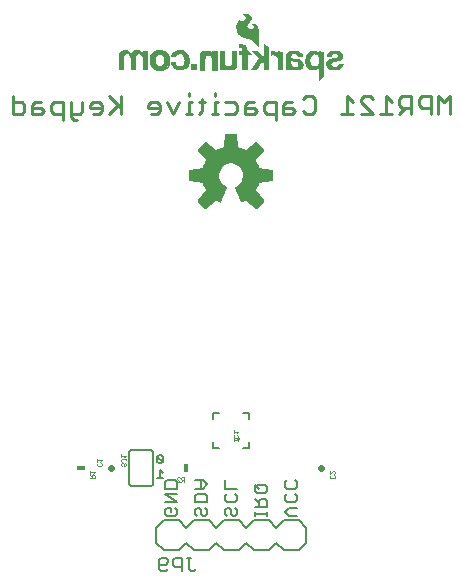
<source format=gbr>
G04 EAGLE Gerber RS-274X export*
G75*
%MOMM*%
%FSLAX34Y34*%
%LPD*%
%INSilkscreen Bottom*%
%IPPOS*%
%AMOC8*
5,1,8,0,0,1.08239X$1,22.5*%
G01*
%ADD10C,0.203200*%
%ADD11C,0.279400*%
%ADD12C,0.127000*%
%ADD13C,0.025400*%
%ADD14C,0.558800*%
%ADD15R,0.762000X0.457200*%
%ADD16R,0.495300X0.485100*%
%ADD17C,0.152400*%
%ADD18R,0.457200X0.762000*%

G36*
X262933Y289186D02*
X262933Y289186D01*
X263041Y289196D01*
X263054Y289202D01*
X263068Y289204D01*
X263165Y289252D01*
X263264Y289297D01*
X263277Y289308D01*
X263286Y289312D01*
X263301Y289328D01*
X263378Y289390D01*
X269410Y295422D01*
X269460Y295493D01*
X269465Y295498D01*
X269467Y295501D01*
X269473Y295510D01*
X269539Y295596D01*
X269544Y295609D01*
X269552Y295621D01*
X269583Y295724D01*
X269619Y295827D01*
X269619Y295841D01*
X269623Y295854D01*
X269619Y295962D01*
X269620Y296071D01*
X269615Y296084D01*
X269615Y296098D01*
X269577Y296200D01*
X269542Y296302D01*
X269533Y296317D01*
X269529Y296326D01*
X269515Y296343D01*
X269461Y296425D01*
X262607Y304831D01*
X263645Y306717D01*
X263653Y306739D01*
X263681Y306791D01*
X264698Y309247D01*
X264704Y309270D01*
X264726Y309325D01*
X265325Y311393D01*
X276115Y312490D01*
X276219Y312518D01*
X276325Y312543D01*
X276337Y312550D01*
X276350Y312553D01*
X276440Y312614D01*
X276533Y312671D01*
X276541Y312682D01*
X276553Y312690D01*
X276619Y312776D01*
X276688Y312860D01*
X276692Y312873D01*
X276701Y312884D01*
X276735Y312987D01*
X276774Y313088D01*
X276775Y313106D01*
X276779Y313115D01*
X276779Y313137D01*
X276788Y313235D01*
X276788Y321765D01*
X276771Y321872D01*
X276757Y321980D01*
X276751Y321992D01*
X276749Y322006D01*
X276697Y322102D01*
X276650Y322199D01*
X276640Y322209D01*
X276634Y322221D01*
X276554Y322295D01*
X276478Y322372D01*
X276466Y322378D01*
X276456Y322388D01*
X276357Y322433D01*
X276260Y322481D01*
X276242Y322485D01*
X276233Y322489D01*
X276212Y322491D01*
X276115Y322510D01*
X265325Y323607D01*
X264726Y325675D01*
X264715Y325696D01*
X264698Y325753D01*
X263681Y328209D01*
X263668Y328229D01*
X263645Y328283D01*
X262607Y330169D01*
X269461Y338575D01*
X269515Y338669D01*
X269572Y338761D01*
X269575Y338774D01*
X269582Y338786D01*
X269603Y338893D01*
X269628Y338998D01*
X269626Y339012D01*
X269629Y339026D01*
X269614Y339133D01*
X269604Y339241D01*
X269598Y339254D01*
X269596Y339268D01*
X269548Y339365D01*
X269503Y339464D01*
X269492Y339477D01*
X269488Y339486D01*
X269472Y339501D01*
X269410Y339578D01*
X263378Y345610D01*
X263290Y345673D01*
X263204Y345739D01*
X263191Y345744D01*
X263179Y345752D01*
X263076Y345783D01*
X262973Y345819D01*
X262959Y345819D01*
X262946Y345823D01*
X262838Y345819D01*
X262729Y345820D01*
X262716Y345815D01*
X262702Y345815D01*
X262600Y345777D01*
X262498Y345742D01*
X262483Y345733D01*
X262474Y345729D01*
X262457Y345715D01*
X262375Y345661D01*
X253969Y338807D01*
X252083Y339845D01*
X252061Y339853D01*
X252009Y339881D01*
X249553Y340898D01*
X249530Y340904D01*
X249475Y340926D01*
X247407Y341525D01*
X246310Y352315D01*
X246282Y352419D01*
X246257Y352525D01*
X246250Y352537D01*
X246247Y352550D01*
X246186Y352640D01*
X246129Y352733D01*
X246118Y352741D01*
X246110Y352753D01*
X246024Y352819D01*
X245940Y352888D01*
X245927Y352892D01*
X245916Y352901D01*
X245813Y352935D01*
X245712Y352974D01*
X245694Y352975D01*
X245685Y352979D01*
X245663Y352979D01*
X245565Y352988D01*
X237035Y352988D01*
X236928Y352971D01*
X236820Y352957D01*
X236808Y352951D01*
X236794Y352949D01*
X236698Y352897D01*
X236601Y352850D01*
X236591Y352840D01*
X236579Y352834D01*
X236505Y352754D01*
X236428Y352678D01*
X236422Y352666D01*
X236412Y352656D01*
X236367Y352557D01*
X236319Y352460D01*
X236315Y352442D01*
X236311Y352433D01*
X236309Y352412D01*
X236290Y352315D01*
X235193Y341525D01*
X233125Y340926D01*
X233104Y340915D01*
X233047Y340898D01*
X230591Y339881D01*
X230571Y339868D01*
X230517Y339845D01*
X228631Y338807D01*
X220225Y345661D01*
X220131Y345715D01*
X220039Y345772D01*
X220026Y345775D01*
X220014Y345782D01*
X219907Y345803D01*
X219802Y345828D01*
X219788Y345826D01*
X219774Y345829D01*
X219667Y345814D01*
X219559Y345804D01*
X219546Y345798D01*
X219533Y345796D01*
X219435Y345748D01*
X219336Y345703D01*
X219323Y345692D01*
X219314Y345688D01*
X219299Y345672D01*
X219222Y345610D01*
X213190Y339578D01*
X213127Y339490D01*
X213061Y339404D01*
X213056Y339391D01*
X213048Y339379D01*
X213017Y339276D01*
X212981Y339173D01*
X212981Y339159D01*
X212977Y339146D01*
X212981Y339038D01*
X212980Y338929D01*
X212985Y338916D01*
X212985Y338902D01*
X213023Y338800D01*
X213058Y338698D01*
X213067Y338683D01*
X213071Y338674D01*
X213085Y338657D01*
X213139Y338575D01*
X219993Y330169D01*
X218955Y328283D01*
X218947Y328261D01*
X218919Y328209D01*
X217902Y325753D01*
X217896Y325730D01*
X217874Y325675D01*
X217275Y323607D01*
X206485Y322510D01*
X206381Y322482D01*
X206275Y322457D01*
X206263Y322450D01*
X206250Y322447D01*
X206160Y322386D01*
X206067Y322329D01*
X206059Y322318D01*
X206047Y322310D01*
X205981Y322224D01*
X205913Y322140D01*
X205908Y322127D01*
X205899Y322116D01*
X205865Y322013D01*
X205826Y321912D01*
X205825Y321894D01*
X205821Y321885D01*
X205822Y321863D01*
X205812Y321765D01*
X205812Y313235D01*
X205829Y313128D01*
X205843Y313020D01*
X205849Y313008D01*
X205851Y312994D01*
X205903Y312898D01*
X205950Y312801D01*
X205960Y312791D01*
X205966Y312779D01*
X206046Y312705D01*
X206122Y312628D01*
X206134Y312622D01*
X206145Y312612D01*
X206243Y312567D01*
X206340Y312519D01*
X206358Y312515D01*
X206367Y312511D01*
X206388Y312509D01*
X206485Y312490D01*
X217275Y311393D01*
X217874Y309325D01*
X217885Y309304D01*
X217902Y309247D01*
X218919Y306791D01*
X218932Y306771D01*
X218955Y306717D01*
X219993Y304831D01*
X213139Y296425D01*
X213085Y296331D01*
X213028Y296239D01*
X213025Y296226D01*
X213018Y296214D01*
X212997Y296107D01*
X212972Y296002D01*
X212974Y295988D01*
X212971Y295974D01*
X212986Y295867D01*
X212996Y295759D01*
X213002Y295746D01*
X213004Y295733D01*
X213052Y295635D01*
X213097Y295536D01*
X213108Y295523D01*
X213112Y295514D01*
X213128Y295499D01*
X213190Y295422D01*
X219222Y289390D01*
X219310Y289327D01*
X219396Y289261D01*
X219409Y289256D01*
X219421Y289248D01*
X219524Y289217D01*
X219627Y289181D01*
X219641Y289181D01*
X219654Y289177D01*
X219762Y289181D01*
X219871Y289180D01*
X219884Y289185D01*
X219898Y289185D01*
X220000Y289223D01*
X220102Y289258D01*
X220117Y289267D01*
X220126Y289271D01*
X220143Y289285D01*
X220225Y289339D01*
X228625Y296188D01*
X229912Y295456D01*
X229931Y295449D01*
X229967Y295428D01*
X231776Y294589D01*
X231814Y294579D01*
X231850Y294560D01*
X231931Y294546D01*
X232011Y294524D01*
X232051Y294526D01*
X232090Y294520D01*
X232172Y294533D01*
X232255Y294538D01*
X232292Y294553D01*
X232331Y294559D01*
X232404Y294598D01*
X232481Y294629D01*
X232511Y294655D01*
X232547Y294674D01*
X232603Y294734D01*
X232666Y294788D01*
X232686Y294823D01*
X232714Y294852D01*
X232783Y294982D01*
X237806Y307108D01*
X237831Y307217D01*
X237860Y307324D01*
X237859Y307335D01*
X237862Y307346D01*
X237851Y307456D01*
X237843Y307568D01*
X237839Y307578D01*
X237838Y307589D01*
X237792Y307690D01*
X237749Y307793D01*
X237742Y307801D01*
X237737Y307811D01*
X237661Y307892D01*
X237588Y307976D01*
X237576Y307983D01*
X237570Y307989D01*
X237553Y307998D01*
X237464Y308057D01*
X235714Y308984D01*
X234222Y310176D01*
X232979Y311627D01*
X232029Y313284D01*
X231404Y315089D01*
X231128Y316979D01*
X231210Y318887D01*
X231646Y320747D01*
X232422Y322492D01*
X233511Y324062D01*
X234873Y325401D01*
X236461Y326462D01*
X238219Y327208D01*
X240086Y327613D01*
X241995Y327661D01*
X243880Y327353D01*
X245675Y326698D01*
X247315Y325719D01*
X248744Y324452D01*
X249911Y322940D01*
X250775Y321237D01*
X251306Y319402D01*
X251486Y317496D01*
X251342Y315794D01*
X250915Y314136D01*
X250215Y312573D01*
X249876Y312065D01*
X249375Y311316D01*
X249375Y311315D01*
X249264Y311149D01*
X248088Y309905D01*
X246720Y308876D01*
X245142Y308061D01*
X245050Y307992D01*
X244957Y307925D01*
X244952Y307919D01*
X244946Y307915D01*
X244881Y307820D01*
X244814Y307727D01*
X244812Y307720D01*
X244808Y307714D01*
X244777Y307603D01*
X244743Y307494D01*
X244743Y307486D01*
X244742Y307479D01*
X244747Y307365D01*
X244751Y307250D01*
X244754Y307241D01*
X244754Y307236D01*
X244760Y307221D01*
X244794Y307108D01*
X249817Y294982D01*
X249838Y294948D01*
X249851Y294911D01*
X249902Y294845D01*
X249946Y294775D01*
X249977Y294750D01*
X250001Y294718D01*
X250070Y294673D01*
X250134Y294620D01*
X250172Y294606D01*
X250205Y294584D01*
X250285Y294563D01*
X250363Y294534D01*
X250403Y294533D01*
X250441Y294523D01*
X250524Y294529D01*
X250606Y294526D01*
X250645Y294538D01*
X250685Y294541D01*
X250824Y294589D01*
X252633Y295428D01*
X252649Y295439D01*
X252688Y295456D01*
X253975Y296188D01*
X262375Y289339D01*
X262469Y289285D01*
X262561Y289228D01*
X262574Y289225D01*
X262586Y289218D01*
X262693Y289197D01*
X262798Y289172D01*
X262812Y289174D01*
X262826Y289171D01*
X262933Y289186D01*
G37*
G36*
X264484Y426257D02*
X264484Y426257D01*
X264526Y426272D01*
X264528Y426277D01*
X264532Y426279D01*
X264561Y426352D01*
X264565Y426363D01*
X264565Y426364D01*
X264565Y441528D01*
X264563Y441533D01*
X264565Y441539D01*
X264495Y442370D01*
X264489Y442381D01*
X264490Y442396D01*
X264250Y443195D01*
X264242Y443205D01*
X264240Y443219D01*
X263839Y443951D01*
X263829Y443959D01*
X263824Y443972D01*
X263354Y444522D01*
X263343Y444527D01*
X263336Y444539D01*
X262766Y444984D01*
X262754Y444987D01*
X262744Y444997D01*
X262096Y445318D01*
X262084Y445319D01*
X262072Y445327D01*
X261373Y445511D01*
X261362Y445510D01*
X261351Y445515D01*
X260411Y445588D01*
X260402Y445585D01*
X260391Y445588D01*
X259451Y445515D01*
X259447Y445513D01*
X259441Y445514D01*
X258958Y445438D01*
X258919Y445413D01*
X258879Y445392D01*
X258878Y445388D01*
X258875Y445386D01*
X258865Y445341D01*
X258853Y445297D01*
X258855Y445293D01*
X258854Y445289D01*
X258879Y445251D01*
X258903Y445212D01*
X258907Y445211D01*
X258909Y445208D01*
X258950Y445199D01*
X258990Y445187D01*
X259148Y445203D01*
X259286Y445175D01*
X259419Y445104D01*
X260243Y444505D01*
X260361Y444391D01*
X260433Y444253D01*
X260526Y443838D01*
X260526Y443410D01*
X260433Y442994D01*
X260227Y442590D01*
X259914Y442262D01*
X259308Y441897D01*
X258630Y441690D01*
X257919Y441655D01*
X257309Y441752D01*
X256723Y441950D01*
X256180Y442243D01*
X255755Y442608D01*
X255440Y443068D01*
X255254Y443593D01*
X255211Y444149D01*
X255313Y444697D01*
X255553Y445200D01*
X255923Y445635D01*
X256121Y445845D01*
X256716Y446476D01*
X257311Y447107D01*
X257376Y447176D01*
X257379Y447186D01*
X257388Y447192D01*
X258575Y448950D01*
X258577Y448963D01*
X258587Y448973D01*
X258867Y449661D01*
X258866Y449676D01*
X258875Y449691D01*
X258974Y450426D01*
X258970Y450441D01*
X258975Y450458D01*
X258888Y451195D01*
X258880Y451208D01*
X258880Y451226D01*
X258613Y451918D01*
X258602Y451929D01*
X258598Y451946D01*
X258167Y452549D01*
X258157Y452556D01*
X258151Y452568D01*
X257455Y453226D01*
X257447Y453229D01*
X257442Y453237D01*
X256665Y453797D01*
X256655Y453800D01*
X256647Y453808D01*
X255867Y454196D01*
X255855Y454197D01*
X255844Y454205D01*
X255004Y454436D01*
X254992Y454435D01*
X254980Y454441D01*
X254112Y454507D01*
X254102Y454503D01*
X254090Y454507D01*
X253190Y454421D01*
X253181Y454417D01*
X253171Y454418D01*
X252293Y454198D01*
X252285Y454192D01*
X252273Y454191D01*
X252045Y454090D01*
X251689Y453938D01*
X251688Y453938D01*
X251184Y453717D01*
X251174Y453706D01*
X251157Y453701D01*
X250722Y453363D01*
X250719Y453356D01*
X250711Y453352D01*
X250686Y453327D01*
X250683Y453326D01*
X250648Y453234D01*
X250689Y453145D01*
X250774Y453112D01*
X251377Y453112D01*
X251888Y453055D01*
X252378Y452916D01*
X252859Y452661D01*
X253254Y452291D01*
X253540Y451831D01*
X253697Y451312D01*
X253709Y451009D01*
X253650Y450709D01*
X253444Y450215D01*
X253161Y449757D01*
X252810Y449347D01*
X252398Y448993D01*
X251496Y448342D01*
X251008Y448093D01*
X250479Y447995D01*
X249940Y448053D01*
X249766Y448118D01*
X249405Y448367D01*
X249131Y448706D01*
X249087Y448809D01*
X249071Y448929D01*
X249071Y449809D01*
X249054Y449850D01*
X249040Y449892D01*
X249035Y449895D01*
X249033Y449900D01*
X248992Y449916D01*
X248952Y449935D01*
X248946Y449933D01*
X248941Y449935D01*
X248914Y449923D01*
X248865Y449907D01*
X247739Y448986D01*
X247733Y448974D01*
X247721Y448967D01*
X246814Y447830D01*
X246811Y447819D01*
X246802Y447811D01*
X246300Y446877D01*
X246299Y446867D01*
X246293Y446859D01*
X245935Y445862D01*
X245935Y445852D01*
X245930Y445843D01*
X245723Y444804D01*
X245725Y444794D01*
X245724Y444792D01*
X245725Y444792D01*
X245721Y444783D01*
X245661Y442855D01*
X245665Y442844D01*
X245662Y442832D01*
X245950Y440925D01*
X245956Y440915D01*
X245956Y440903D01*
X246584Y439079D01*
X246591Y439070D01*
X246593Y439058D01*
X247540Y437377D01*
X247548Y437371D01*
X247551Y437360D01*
X248436Y436253D01*
X248443Y436250D01*
X248445Y436244D01*
X248446Y436244D01*
X248448Y436240D01*
X249479Y435268D01*
X249487Y435265D01*
X249493Y435257D01*
X250650Y434440D01*
X250660Y434438D01*
X250668Y434430D01*
X251898Y433830D01*
X251909Y433829D01*
X251919Y433821D01*
X253238Y433453D01*
X253249Y433455D01*
X253260Y433449D01*
X254624Y433325D01*
X254629Y433327D01*
X254635Y433325D01*
X256910Y433325D01*
X257278Y433260D01*
X257629Y433133D01*
X258619Y432544D01*
X259473Y431762D01*
X264345Y426280D01*
X264349Y426278D01*
X264351Y426273D01*
X264393Y426257D01*
X264434Y426238D01*
X264438Y426240D01*
X264443Y426238D01*
X264484Y426257D01*
G37*
G36*
X315851Y397563D02*
X315851Y397563D01*
X315853Y397562D01*
X315874Y397571D01*
X315934Y397594D01*
X320074Y401328D01*
X320076Y401334D01*
X320082Y401337D01*
X320106Y401397D01*
X320115Y401418D01*
X320114Y401420D01*
X320115Y401422D01*
X320115Y421996D01*
X320100Y422033D01*
X320090Y422072D01*
X320081Y422078D01*
X320077Y422087D01*
X320049Y422098D01*
X320013Y422120D01*
X316127Y422856D01*
X316112Y422853D01*
X316097Y422858D01*
X316065Y422843D01*
X316030Y422835D01*
X316022Y422822D01*
X316009Y422816D01*
X315994Y422777D01*
X315978Y422752D01*
X315981Y422741D01*
X315977Y422730D01*
X316001Y420813D01*
X315867Y420962D01*
X315866Y420963D01*
X315866Y420964D01*
X314977Y421929D01*
X314971Y421931D01*
X314967Y421938D01*
X314624Y422239D01*
X314613Y422243D01*
X314605Y422253D01*
X314211Y422486D01*
X314202Y422487D01*
X314194Y422494D01*
X312873Y423027D01*
X312862Y423027D01*
X312852Y423034D01*
X312370Y423136D01*
X312358Y423133D01*
X312346Y423138D01*
X310365Y423163D01*
X310354Y423159D01*
X310342Y423161D01*
X309257Y422978D01*
X309247Y422971D01*
X309233Y422971D01*
X308208Y422571D01*
X308201Y422563D01*
X308189Y422561D01*
X307287Y422020D01*
X307282Y422014D01*
X307273Y422011D01*
X306449Y421358D01*
X306443Y421348D01*
X306433Y421343D01*
X305641Y420453D01*
X305637Y420440D01*
X305625Y420431D01*
X305046Y419390D01*
X305044Y419378D01*
X305036Y419367D01*
X304362Y417254D01*
X304363Y417243D01*
X304357Y417232D01*
X304074Y415032D01*
X304077Y415021D01*
X304073Y415009D01*
X304191Y412794D01*
X304196Y412784D01*
X304194Y412772D01*
X304517Y411396D01*
X304524Y411387D01*
X304524Y411375D01*
X305080Y410075D01*
X305088Y410067D01*
X305090Y410056D01*
X305862Y408871D01*
X305871Y408865D01*
X305876Y408854D01*
X306533Y408147D01*
X306543Y408143D01*
X306549Y408133D01*
X307317Y407548D01*
X307328Y407546D01*
X307335Y407537D01*
X308191Y407091D01*
X308202Y407090D01*
X308211Y407082D01*
X309130Y406788D01*
X309140Y406789D01*
X309150Y406783D01*
X310362Y406594D01*
X310371Y406596D01*
X310380Y406593D01*
X311607Y406576D01*
X311615Y406579D01*
X311625Y406577D01*
X312842Y406732D01*
X312852Y406737D01*
X312864Y406737D01*
X313708Y407001D01*
X313718Y407009D01*
X313733Y407012D01*
X314502Y407449D01*
X314510Y407459D01*
X314524Y407464D01*
X315184Y408054D01*
X315190Y408066D01*
X315202Y408074D01*
X315722Y408790D01*
X315723Y408792D01*
X315723Y397688D01*
X315741Y397644D01*
X315758Y397601D01*
X315760Y397600D01*
X315761Y397597D01*
X315805Y397580D01*
X315849Y397562D01*
X315851Y397563D01*
G37*
G36*
X150421Y406910D02*
X150421Y406910D01*
X150423Y406909D01*
X150466Y406929D01*
X150510Y406947D01*
X150510Y406949D01*
X150512Y406950D01*
X150545Y407035D01*
X150545Y417314D01*
X150652Y418194D01*
X150964Y419016D01*
X151225Y419400D01*
X151568Y419713D01*
X151974Y419939D01*
X152422Y420067D01*
X153326Y420135D01*
X154229Y420043D01*
X154639Y419917D01*
X155011Y419707D01*
X155026Y419693D01*
X155167Y419567D01*
X155307Y419440D01*
X155329Y419421D01*
X155714Y418893D01*
X155987Y418298D01*
X156136Y417659D01*
X156211Y416556D01*
X156211Y407035D01*
X156212Y407033D01*
X156211Y407031D01*
X156231Y406988D01*
X156249Y406944D01*
X156251Y406944D01*
X156252Y406942D01*
X156337Y406909D01*
X160655Y406909D01*
X160657Y406910D01*
X160659Y406909D01*
X160702Y406929D01*
X160746Y406947D01*
X160746Y406949D01*
X160748Y406950D01*
X160781Y407035D01*
X160781Y417594D01*
X160861Y418257D01*
X161092Y418876D01*
X161462Y419423D01*
X161809Y419741D01*
X162218Y419974D01*
X162668Y420110D01*
X163145Y420142D01*
X163993Y420092D01*
X164433Y420010D01*
X164837Y419832D01*
X165192Y419566D01*
X166011Y418622D01*
X166295Y418084D01*
X166426Y417493D01*
X166396Y416871D01*
X166397Y416868D01*
X166396Y416865D01*
X166396Y407060D01*
X166397Y407058D01*
X166396Y407056D01*
X166416Y407013D01*
X166434Y406969D01*
X166436Y406969D01*
X166437Y406967D01*
X166522Y406934D01*
X170840Y406934D01*
X170842Y406935D01*
X170844Y406934D01*
X170887Y406954D01*
X170931Y406972D01*
X170931Y406974D01*
X170933Y406975D01*
X170966Y407060D01*
X170966Y423113D01*
X170965Y423115D01*
X170966Y423117D01*
X170946Y423160D01*
X170928Y423204D01*
X170926Y423204D01*
X170925Y423206D01*
X170840Y423239D01*
X166853Y423239D01*
X166851Y423238D01*
X166849Y423239D01*
X166806Y423219D01*
X166762Y423201D01*
X166762Y423199D01*
X166760Y423198D01*
X166727Y423113D01*
X166727Y421060D01*
X166696Y421067D01*
X166394Y421463D01*
X166388Y421466D01*
X166385Y421474D01*
X165623Y422261D01*
X165615Y422264D01*
X165611Y422271D01*
X164849Y422883D01*
X164835Y422887D01*
X164823Y422900D01*
X163933Y423304D01*
X163921Y423304D01*
X163910Y423312D01*
X162818Y423566D01*
X162809Y423565D01*
X162801Y423569D01*
X161429Y423696D01*
X161419Y423693D01*
X161408Y423696D01*
X160451Y423627D01*
X160440Y423621D01*
X160426Y423622D01*
X159503Y423362D01*
X159493Y423354D01*
X159480Y423352D01*
X158690Y422949D01*
X158682Y422940D01*
X158669Y422936D01*
X157971Y422390D01*
X157965Y422379D01*
X157953Y422373D01*
X157371Y421704D01*
X157368Y421692D01*
X157357Y421684D01*
X156977Y421026D01*
X156935Y421068D01*
X156480Y421549D01*
X156477Y421550D01*
X156476Y421553D01*
X155688Y422312D01*
X155679Y422315D01*
X155674Y422324D01*
X154785Y422962D01*
X154774Y422964D01*
X154766Y422972D01*
X153961Y423366D01*
X153949Y423366D01*
X153938Y423374D01*
X153073Y423606D01*
X153061Y423604D01*
X153049Y423610D01*
X152155Y423671D01*
X152146Y423668D01*
X152135Y423671D01*
X150856Y423564D01*
X150849Y423560D01*
X150842Y423562D01*
X149582Y423313D01*
X149573Y423307D01*
X149561Y423307D01*
X148695Y422981D01*
X148685Y422971D01*
X148670Y422968D01*
X147896Y422461D01*
X147889Y422449D01*
X147875Y422443D01*
X147229Y421779D01*
X147226Y421769D01*
X147222Y421768D01*
X147221Y421764D01*
X147213Y421758D01*
X146625Y420819D01*
X146623Y420806D01*
X146613Y420796D01*
X146227Y419757D01*
X146228Y419744D01*
X146221Y419732D01*
X146052Y418636D01*
X146055Y418627D01*
X146051Y418617D01*
X146051Y407035D01*
X146052Y407033D01*
X146051Y407031D01*
X146071Y406988D01*
X146089Y406944D01*
X146091Y406944D01*
X146092Y406942D01*
X146177Y406909D01*
X150419Y406909D01*
X150421Y406910D01*
G37*
G36*
X298301Y406579D02*
X298301Y406579D01*
X298312Y406584D01*
X298326Y406582D01*
X299698Y406890D01*
X299709Y406898D01*
X299724Y406899D01*
X300993Y407505D01*
X301002Y407515D01*
X301016Y407519D01*
X301464Y407861D01*
X301470Y407871D01*
X301482Y407877D01*
X301859Y408297D01*
X301863Y408308D01*
X301873Y408316D01*
X302165Y408799D01*
X302167Y408810D01*
X302175Y408820D01*
X302548Y409813D01*
X302548Y409824D01*
X302554Y409835D01*
X302743Y410879D01*
X302740Y410890D01*
X302745Y410902D01*
X302742Y411963D01*
X302739Y411970D01*
X302741Y411973D01*
X302738Y411980D01*
X302739Y411990D01*
X302533Y412931D01*
X302524Y412943D01*
X302523Y412960D01*
X302094Y413822D01*
X302084Y413831D01*
X302079Y413846D01*
X301581Y414455D01*
X301576Y414458D01*
X301574Y414462D01*
X301568Y414464D01*
X301563Y414473D01*
X300953Y414971D01*
X300941Y414974D01*
X300932Y414985D01*
X300236Y415351D01*
X300225Y415352D01*
X300216Y415359D01*
X298731Y415843D01*
X298723Y415842D01*
X298714Y415847D01*
X297177Y416125D01*
X297173Y416124D01*
X297168Y416127D01*
X294962Y416355D01*
X293656Y416581D01*
X293187Y416746D01*
X292759Y416992D01*
X292475Y417253D01*
X292415Y417340D01*
X292373Y417437D01*
X292262Y417958D01*
X292262Y418489D01*
X292373Y419010D01*
X292512Y419324D01*
X292711Y419603D01*
X292964Y419837D01*
X293278Y420030D01*
X293624Y420158D01*
X293993Y420219D01*
X295348Y420269D01*
X295935Y420215D01*
X296496Y420050D01*
X296960Y419795D01*
X297350Y419439D01*
X297645Y419001D01*
X297829Y418506D01*
X297892Y417975D01*
X297892Y417932D01*
X297893Y417930D01*
X297892Y417928D01*
X297912Y417885D01*
X297930Y417841D01*
X297932Y417841D01*
X297933Y417839D01*
X298018Y417806D01*
X302159Y417806D01*
X302160Y417804D01*
X302202Y417794D01*
X302244Y417780D01*
X302250Y417783D01*
X302256Y417782D01*
X302281Y417798D01*
X302326Y417819D01*
X302351Y417844D01*
X302351Y417845D01*
X302367Y417887D01*
X302386Y417936D01*
X302386Y417937D01*
X302366Y417979D01*
X302347Y418022D01*
X302225Y418913D01*
X302219Y418924D01*
X302219Y418939D01*
X301885Y419880D01*
X301876Y419890D01*
X301873Y419904D01*
X301354Y420757D01*
X301343Y420765D01*
X301338Y420778D01*
X300655Y421508D01*
X300643Y421513D01*
X300635Y421525D01*
X299818Y422099D01*
X299806Y422102D01*
X299797Y422111D01*
X298639Y422640D01*
X298629Y422640D01*
X298620Y422647D01*
X297391Y422981D01*
X297382Y422980D01*
X297373Y422984D01*
X295633Y423198D01*
X295625Y423195D01*
X295617Y423198D01*
X293863Y423190D01*
X293856Y423187D01*
X293847Y423189D01*
X292108Y422959D01*
X292100Y422954D01*
X292089Y422955D01*
X290675Y422530D01*
X290666Y422522D01*
X290652Y422521D01*
X289349Y421827D01*
X289340Y421817D01*
X289326Y421812D01*
X288764Y421329D01*
X288757Y421315D01*
X288743Y421306D01*
X288316Y420701D01*
X288313Y420686D01*
X288301Y420674D01*
X288034Y419983D01*
X288035Y419968D01*
X288027Y419953D01*
X287936Y419218D01*
X287938Y419210D01*
X287935Y419202D01*
X287935Y414376D01*
X287936Y414374D01*
X287935Y414372D01*
X287942Y414357D01*
X287910Y414273D01*
X287935Y409935D01*
X287833Y408598D01*
X287484Y407303D01*
X287410Y407104D01*
X287411Y407079D01*
X287402Y407056D01*
X287413Y407032D01*
X287414Y407006D01*
X287433Y406989D01*
X287443Y406967D01*
X287470Y406956D01*
X287488Y406940D01*
X287507Y406942D01*
X287528Y406934D01*
X291562Y406934D01*
X291598Y406931D01*
X291626Y406940D01*
X291666Y406944D01*
X291703Y406963D01*
X291722Y406985D01*
X291754Y407009D01*
X291776Y407045D01*
X291778Y407062D01*
X291790Y407078D01*
X291866Y407358D01*
X291865Y407361D01*
X291867Y407364D01*
X292094Y408393D01*
X292104Y408416D01*
X292110Y408422D01*
X292118Y408424D01*
X292127Y408423D01*
X292151Y408407D01*
X292978Y407704D01*
X292989Y407700D01*
X292998Y407690D01*
X293949Y407150D01*
X293960Y407149D01*
X293970Y407141D01*
X295005Y406788D01*
X295017Y406789D01*
X295027Y406783D01*
X296645Y406542D01*
X296655Y406545D01*
X296666Y406541D01*
X298301Y406579D01*
G37*
G36*
X273434Y406808D02*
X273434Y406808D01*
X273437Y406807D01*
X273520Y406844D01*
X273571Y406895D01*
X273573Y406898D01*
X273575Y406899D01*
X273608Y406984D01*
X273608Y426314D01*
X273600Y426333D01*
X273602Y426353D01*
X273581Y426380D01*
X273570Y426405D01*
X273556Y426410D01*
X273545Y426424D01*
X269405Y428786D01*
X269370Y428790D01*
X269338Y428802D01*
X269323Y428795D01*
X269307Y428797D01*
X269280Y428775D01*
X269249Y428761D01*
X269242Y428745D01*
X269230Y428735D01*
X269228Y428708D01*
X269216Y428676D01*
X269216Y417246D01*
X263741Y422720D01*
X263738Y422722D01*
X263737Y422724D01*
X263652Y422757D01*
X258978Y422757D01*
X258976Y422757D01*
X258975Y422757D01*
X258931Y422737D01*
X258887Y422719D01*
X258887Y422717D01*
X258885Y422716D01*
X258869Y422672D01*
X258852Y422627D01*
X258853Y422625D01*
X258852Y422624D01*
X258890Y422541D01*
X264581Y416975D01*
X257984Y407080D01*
X257977Y407042D01*
X257963Y407005D01*
X257968Y406995D01*
X257966Y406983D01*
X257988Y406952D01*
X258005Y406916D01*
X258016Y406912D01*
X258022Y406903D01*
X258052Y406898D01*
X258090Y406884D01*
X263170Y406909D01*
X263187Y406916D01*
X263205Y406914D01*
X263234Y406936D01*
X263260Y406948D01*
X263265Y406960D01*
X263277Y406970D01*
X267510Y413948D01*
X269165Y412341D01*
X269165Y406933D01*
X269166Y406931D01*
X269165Y406929D01*
X269185Y406886D01*
X269203Y406842D01*
X269205Y406842D01*
X269206Y406840D01*
X269291Y406807D01*
X273431Y406807D01*
X273434Y406808D01*
G37*
G36*
X241866Y406507D02*
X241866Y406507D01*
X241877Y406504D01*
X242910Y406651D01*
X242921Y406657D01*
X242934Y406657D01*
X243920Y407000D01*
X243929Y407008D01*
X243942Y407010D01*
X244844Y407536D01*
X244851Y407546D01*
X244864Y407551D01*
X245118Y407779D01*
X245124Y407790D01*
X245135Y407798D01*
X245796Y408683D01*
X245798Y408694D01*
X245808Y408703D01*
X246296Y409693D01*
X246296Y409705D01*
X246304Y409715D01*
X246604Y410778D01*
X246602Y410789D01*
X246608Y410801D01*
X246709Y411900D01*
X246707Y411906D01*
X246709Y411912D01*
X246709Y422707D01*
X246708Y422709D01*
X246709Y422711D01*
X246689Y422754D01*
X246671Y422798D01*
X246669Y422798D01*
X246668Y422800D01*
X246583Y422833D01*
X242443Y422833D01*
X242441Y422832D01*
X242439Y422833D01*
X242396Y422813D01*
X242352Y422795D01*
X242352Y422793D01*
X242350Y422792D01*
X242317Y422707D01*
X242317Y412710D01*
X242168Y411880D01*
X241825Y411112D01*
X241553Y410750D01*
X241212Y410449D01*
X240817Y410224D01*
X240128Y410001D01*
X239409Y409921D01*
X238688Y409988D01*
X237997Y410200D01*
X237487Y410488D01*
X237056Y410885D01*
X236729Y411370D01*
X236520Y411920D01*
X236295Y413124D01*
X236219Y414354D01*
X236219Y422656D01*
X236218Y422658D01*
X236219Y422660D01*
X236199Y422703D01*
X236181Y422747D01*
X236179Y422747D01*
X236178Y422749D01*
X236093Y422782D01*
X231877Y422782D01*
X231875Y422781D01*
X231873Y422782D01*
X231830Y422762D01*
X231786Y422744D01*
X231786Y422742D01*
X231784Y422741D01*
X231751Y422656D01*
X231751Y407035D01*
X231752Y407033D01*
X231751Y407031D01*
X231771Y406988D01*
X231789Y406944D01*
X231791Y406944D01*
X231792Y406942D01*
X231877Y406909D01*
X235890Y406909D01*
X235892Y406910D01*
X235894Y406909D01*
X235937Y406929D01*
X235981Y406947D01*
X235981Y406949D01*
X235983Y406950D01*
X236016Y407035D01*
X236016Y409092D01*
X236523Y408451D01*
X236531Y408447D01*
X236535Y408438D01*
X237362Y407653D01*
X237371Y407650D01*
X237376Y407642D01*
X238306Y406983D01*
X238315Y406981D01*
X238323Y406973D01*
X238568Y406851D01*
X238579Y406850D01*
X238588Y406843D01*
X238850Y406762D01*
X238859Y406763D01*
X238868Y406758D01*
X240346Y406535D01*
X240354Y406537D01*
X240362Y406533D01*
X241856Y406503D01*
X241866Y406507D01*
G37*
G36*
X229389Y406834D02*
X229389Y406834D01*
X229391Y406833D01*
X229434Y406853D01*
X229478Y406871D01*
X229478Y406873D01*
X229480Y406874D01*
X229513Y406959D01*
X229513Y422681D01*
X229512Y422683D01*
X229513Y422685D01*
X229493Y422728D01*
X229475Y422772D01*
X229473Y422772D01*
X229472Y422774D01*
X229387Y422807D01*
X225349Y422807D01*
X225347Y422806D01*
X225345Y422807D01*
X225302Y422787D01*
X225258Y422769D01*
X225258Y422767D01*
X225256Y422766D01*
X225223Y422681D01*
X225223Y420613D01*
X225181Y420642D01*
X225067Y420778D01*
X224790Y421156D01*
X224786Y421158D01*
X224784Y421163D01*
X224382Y421636D01*
X224375Y421640D01*
X224371Y421648D01*
X224176Y421824D01*
X224036Y421950D01*
X223910Y422064D01*
X223900Y422067D01*
X223892Y422077D01*
X222994Y422644D01*
X222981Y422647D01*
X222970Y422656D01*
X221974Y423025D01*
X221961Y423025D01*
X221948Y423032D01*
X220896Y423187D01*
X220886Y423184D01*
X220875Y423188D01*
X218869Y423138D01*
X218859Y423134D01*
X218846Y423136D01*
X217869Y422930D01*
X217857Y422922D01*
X217841Y422921D01*
X216936Y422499D01*
X216927Y422488D01*
X216912Y422484D01*
X216127Y421866D01*
X216121Y421855D01*
X216109Y421849D01*
X215620Y421274D01*
X215617Y421263D01*
X215607Y421256D01*
X215223Y420607D01*
X215221Y420596D01*
X215213Y420587D01*
X214944Y419882D01*
X214944Y419873D01*
X214939Y419864D01*
X214699Y418757D01*
X214701Y418748D01*
X214697Y418740D01*
X214606Y417611D01*
X214608Y417606D01*
X214606Y417601D01*
X214606Y407060D01*
X214607Y407058D01*
X214606Y407056D01*
X214626Y407013D01*
X214644Y406969D01*
X214646Y406969D01*
X214647Y406967D01*
X214732Y406934D01*
X218821Y406934D01*
X218823Y406935D01*
X218825Y406934D01*
X218868Y406954D01*
X218912Y406972D01*
X218912Y406974D01*
X218914Y406975D01*
X218947Y407060D01*
X218947Y416706D01*
X219012Y417424D01*
X219203Y418112D01*
X219513Y418754D01*
X219809Y419141D01*
X220183Y419450D01*
X220618Y419667D01*
X220918Y419744D01*
X221234Y419761D01*
X222339Y419711D01*
X222895Y419624D01*
X223411Y419420D01*
X223868Y419106D01*
X224385Y418537D01*
X224748Y417858D01*
X224965Y417108D01*
X225045Y416325D01*
X225045Y406959D01*
X225046Y406957D01*
X225045Y406955D01*
X225065Y406912D01*
X225083Y406868D01*
X225085Y406868D01*
X225086Y406866D01*
X225171Y406833D01*
X229387Y406833D01*
X229389Y406834D01*
G37*
G36*
X181103Y406762D02*
X181103Y406762D01*
X181119Y406758D01*
X184116Y407164D01*
X184137Y407176D01*
X184166Y407182D01*
X187011Y408960D01*
X187025Y408981D01*
X187050Y408999D01*
X188650Y411488D01*
X188654Y411511D01*
X188669Y411536D01*
X189279Y415422D01*
X189273Y415444D01*
X189277Y415470D01*
X188464Y419026D01*
X188449Y419047D01*
X188440Y419076D01*
X186306Y421794D01*
X186284Y421806D01*
X186263Y421829D01*
X182885Y423506D01*
X182865Y423507D01*
X182844Y423518D01*
X181371Y423695D01*
X181364Y423693D01*
X181356Y423696D01*
X181305Y423696D01*
X181285Y423688D01*
X181259Y423687D01*
X181132Y423637D01*
X181111Y423617D01*
X181085Y423605D01*
X181076Y423583D01*
X181061Y423569D01*
X181062Y423545D01*
X181052Y423520D01*
X181052Y420599D01*
X181069Y420559D01*
X181081Y420518D01*
X181088Y420514D01*
X181090Y420508D01*
X181118Y420497D01*
X181161Y420474D01*
X182256Y420324D01*
X183404Y419689D01*
X184192Y418605D01*
X184588Y417716D01*
X184862Y416242D01*
X184913Y414383D01*
X184738Y413135D01*
X184363Y411986D01*
X183825Y410959D01*
X182177Y409951D01*
X180429Y409729D01*
X178678Y410321D01*
X178608Y410385D01*
X178330Y410638D01*
X178052Y410890D01*
X177913Y411016D01*
X177636Y411269D01*
X177635Y411269D01*
X177599Y411302D01*
X177056Y412512D01*
X176681Y414060D01*
X176681Y415485D01*
X176932Y417414D01*
X177676Y419026D01*
X178510Y419835D01*
X179463Y420348D01*
X180650Y420447D01*
X180746Y420447D01*
X180749Y420448D01*
X180752Y420447D01*
X180794Y420467D01*
X180837Y420485D01*
X180838Y420488D01*
X180841Y420490D01*
X180872Y420575D01*
X180846Y422163D01*
X180843Y422289D01*
X180843Y422290D01*
X180841Y422416D01*
X180839Y422542D01*
X180837Y422668D01*
X180835Y422794D01*
X180835Y422795D01*
X180833Y422921D01*
X180831Y423047D01*
X180829Y423173D01*
X180826Y423299D01*
X180826Y423300D01*
X180824Y423426D01*
X180822Y423547D01*
X180818Y423556D01*
X180821Y423565D01*
X180799Y423600D01*
X180782Y423637D01*
X180774Y423640D01*
X180769Y423648D01*
X180717Y423661D01*
X180690Y423671D01*
X180685Y423669D01*
X180680Y423670D01*
X178673Y423416D01*
X178662Y423410D01*
X178648Y423410D01*
X177022Y422851D01*
X177010Y422840D01*
X176991Y422836D01*
X175010Y421465D01*
X175002Y421452D01*
X174986Y421443D01*
X173894Y420173D01*
X173889Y420157D01*
X173875Y420142D01*
X172834Y417805D01*
X172833Y417788D01*
X172824Y417770D01*
X172544Y415585D01*
X172548Y415570D01*
X172544Y415554D01*
X172798Y413446D01*
X172802Y413438D01*
X172801Y413427D01*
X173487Y410963D01*
X173498Y410949D01*
X173502Y410930D01*
X174315Y409635D01*
X174327Y409626D01*
X174335Y409611D01*
X175529Y408468D01*
X175538Y408464D01*
X175543Y408456D01*
X176660Y407669D01*
X176677Y407665D01*
X176692Y407653D01*
X178546Y407018D01*
X178560Y407019D01*
X178574Y407011D01*
X181089Y406757D01*
X181103Y406762D01*
G37*
G36*
X329084Y406555D02*
X329084Y406555D01*
X329091Y406553D01*
X331657Y406731D01*
X331666Y406736D01*
X331676Y406734D01*
X332597Y406946D01*
X332608Y406954D01*
X332622Y406955D01*
X333479Y407352D01*
X333485Y407359D01*
X333494Y407361D01*
X334688Y408123D01*
X334693Y408129D01*
X334701Y408132D01*
X335216Y408563D01*
X335221Y408574D01*
X335233Y408580D01*
X335653Y409104D01*
X335657Y409115D01*
X335667Y409124D01*
X335976Y409720D01*
X335977Y409729D01*
X335984Y409737D01*
X336416Y411007D01*
X336415Y411017D01*
X336420Y411026D01*
X336522Y411610D01*
X336521Y411617D01*
X336524Y411623D01*
X336549Y411979D01*
X336548Y411983D01*
X336549Y411986D01*
X336548Y411988D01*
X336549Y411992D01*
X336537Y412018D01*
X336534Y412048D01*
X336533Y412049D01*
X336533Y412050D01*
X336522Y412059D01*
X336517Y412072D01*
X336511Y412075D01*
X336508Y412081D01*
X336478Y412093D01*
X336458Y412109D01*
X336456Y412109D01*
X336455Y412110D01*
X336440Y412109D01*
X336428Y412114D01*
X336426Y412113D01*
X336423Y412114D01*
X332562Y412114D01*
X332560Y412113D01*
X332558Y412114D01*
X332515Y412094D01*
X332471Y412076D01*
X332471Y412074D01*
X332469Y412073D01*
X332436Y411988D01*
X332436Y411941D01*
X332407Y411444D01*
X332261Y410982D01*
X332005Y410568D01*
X331901Y410463D01*
X331775Y410337D01*
X331563Y410125D01*
X331036Y409788D01*
X330449Y409571D01*
X329887Y409498D01*
X328557Y409498D01*
X327954Y409572D01*
X327387Y409769D01*
X326874Y410081D01*
X326587Y410365D01*
X326378Y410710D01*
X326261Y411095D01*
X326244Y411499D01*
X326329Y411894D01*
X326510Y412256D01*
X326775Y412560D01*
X327111Y412791D01*
X328218Y413261D01*
X329392Y413567D01*
X333023Y414430D01*
X333030Y414435D01*
X333039Y414435D01*
X333847Y414741D01*
X333854Y414747D01*
X333864Y414749D01*
X334615Y415176D01*
X334621Y415183D01*
X334631Y415187D01*
X335308Y415724D01*
X335313Y415734D01*
X335324Y415740D01*
X335661Y416125D01*
X335665Y416138D01*
X335676Y416147D01*
X335925Y416594D01*
X335926Y416607D01*
X335935Y416618D01*
X336087Y417107D01*
X336085Y417119D01*
X336092Y417132D01*
X336197Y418268D01*
X336194Y418281D01*
X336197Y418294D01*
X336068Y419428D01*
X336062Y419439D01*
X336063Y419453D01*
X335705Y420537D01*
X335697Y420546D01*
X335695Y420560D01*
X335396Y421082D01*
X335386Y421089D01*
X335381Y421102D01*
X334987Y421557D01*
X334976Y421562D01*
X334969Y421574D01*
X334493Y421943D01*
X334482Y421946D01*
X334473Y421955D01*
X333192Y422609D01*
X333181Y422610D01*
X333171Y422617D01*
X331793Y423028D01*
X331782Y423027D01*
X331770Y423033D01*
X330341Y423188D01*
X330334Y423186D01*
X330327Y423188D01*
X328524Y423188D01*
X328518Y423186D01*
X328511Y423188D01*
X327118Y423048D01*
X327109Y423043D01*
X327098Y423044D01*
X325747Y422676D01*
X325738Y422669D01*
X325724Y422667D01*
X324627Y422129D01*
X324618Y422119D01*
X324604Y422115D01*
X323645Y421358D01*
X323639Y421348D01*
X323628Y421343D01*
X323280Y420947D01*
X323278Y420942D01*
X323277Y420942D01*
X323276Y420938D01*
X323268Y420932D01*
X322982Y420490D01*
X322980Y420480D01*
X322973Y420473D01*
X322617Y419685D01*
X322617Y419680D01*
X322613Y419676D01*
X322410Y419118D01*
X322412Y419094D01*
X322407Y419082D01*
X322410Y419075D01*
X322405Y419050D01*
X322414Y419036D01*
X322405Y419024D01*
X322407Y419018D01*
X322403Y419011D01*
X322327Y418300D01*
X322329Y418294D01*
X322328Y418290D01*
X322329Y418288D01*
X322327Y418283D01*
X322344Y418246D01*
X322356Y418206D01*
X322364Y418202D01*
X322368Y418194D01*
X322418Y418174D01*
X322444Y418161D01*
X322448Y418163D01*
X322453Y418161D01*
X326339Y418161D01*
X326383Y418179D01*
X326427Y418197D01*
X326428Y418198D01*
X326430Y418199D01*
X326437Y418218D01*
X326465Y418279D01*
X326481Y418539D01*
X326536Y418782D01*
X326686Y419134D01*
X326904Y419447D01*
X327180Y419711D01*
X327602Y419982D01*
X328069Y420171D01*
X328565Y420269D01*
X329413Y420313D01*
X330261Y420269D01*
X330710Y420184D01*
X331134Y420027D01*
X331435Y419832D01*
X331668Y419564D01*
X331823Y419222D01*
X331871Y418850D01*
X331806Y418481D01*
X331622Y418120D01*
X331387Y417877D01*
X331339Y417827D01*
X330664Y417411D01*
X329912Y417139D01*
X327889Y416735D01*
X327888Y416734D01*
X327887Y416734D01*
X326164Y416353D01*
X326157Y416348D01*
X326148Y416348D01*
X324492Y415738D01*
X324486Y415732D01*
X324476Y415731D01*
X323720Y415326D01*
X323714Y415319D01*
X323705Y415316D01*
X323013Y414808D01*
X323008Y414798D01*
X322996Y414793D01*
X322664Y414443D01*
X322659Y414431D01*
X322648Y414422D01*
X322396Y414010D01*
X322394Y413996D01*
X322384Y413984D01*
X322047Y412981D01*
X322048Y412966D01*
X322040Y412952D01*
X321946Y411897D01*
X321949Y411888D01*
X321946Y411877D01*
X322022Y410836D01*
X322026Y410828D01*
X322025Y410818D01*
X322168Y410154D01*
X322174Y410144D01*
X322175Y410131D01*
X322441Y409506D01*
X322449Y409497D01*
X322452Y409485D01*
X322831Y408921D01*
X322841Y408914D01*
X322846Y408903D01*
X323572Y408160D01*
X323582Y408156D01*
X323588Y408145D01*
X324432Y407539D01*
X324442Y407537D01*
X324451Y407528D01*
X325386Y407077D01*
X325397Y407076D01*
X325407Y407069D01*
X326407Y406787D01*
X326415Y406788D01*
X326424Y406783D01*
X327738Y406601D01*
X327745Y406603D01*
X327751Y406600D01*
X329078Y406553D01*
X329084Y406555D01*
G37*
G36*
X199282Y406652D02*
X199282Y406652D01*
X199289Y406655D01*
X199297Y406654D01*
X200860Y406936D01*
X200868Y406941D01*
X200878Y406940D01*
X201948Y407295D01*
X201956Y407301D01*
X201967Y407303D01*
X202964Y407829D01*
X202971Y407837D01*
X202982Y407841D01*
X203878Y408525D01*
X203883Y408534D01*
X203894Y408539D01*
X204664Y409362D01*
X204666Y409368D01*
X204668Y409369D01*
X204670Y409373D01*
X204677Y409378D01*
X205359Y410394D01*
X205361Y410404D01*
X205369Y410412D01*
X205883Y411523D01*
X205884Y411532D01*
X205890Y411541D01*
X206224Y412719D01*
X206223Y412729D01*
X206228Y412738D01*
X206373Y413954D01*
X206371Y413963D01*
X206374Y413973D01*
X206373Y414005D01*
X206373Y414006D01*
X206365Y414258D01*
X206366Y414258D01*
X206365Y414258D01*
X206362Y414384D01*
X206354Y414637D01*
X206350Y414763D01*
X206342Y415015D01*
X206342Y415016D01*
X206339Y415142D01*
X206335Y415268D01*
X206331Y415394D01*
X206323Y415647D01*
X206319Y415773D01*
X206312Y416025D01*
X206312Y416026D01*
X206308Y416152D01*
X206300Y416404D01*
X206298Y416462D01*
X206294Y416471D01*
X206296Y416483D01*
X205998Y417973D01*
X205991Y417983D01*
X205991Y417996D01*
X205414Y419402D01*
X205406Y419410D01*
X205403Y419423D01*
X204569Y420694D01*
X204559Y420700D01*
X204554Y420712D01*
X203493Y421800D01*
X203482Y421805D01*
X203474Y421816D01*
X202225Y422681D01*
X202213Y422684D01*
X202204Y422693D01*
X200813Y423305D01*
X200801Y423305D01*
X200789Y423312D01*
X199283Y423645D01*
X199271Y423642D01*
X199258Y423648D01*
X197716Y423671D01*
X197707Y423668D01*
X197698Y423670D01*
X196263Y423481D01*
X196258Y423478D01*
X196252Y423479D01*
X194841Y423160D01*
X194833Y423155D01*
X194823Y423154D01*
X193666Y422697D01*
X193656Y422687D01*
X193642Y422684D01*
X192611Y421987D01*
X192604Y421976D01*
X192590Y421969D01*
X191735Y421066D01*
X191730Y421054D01*
X191718Y421045D01*
X191078Y419978D01*
X191076Y419966D01*
X191068Y419957D01*
X190643Y418802D01*
X190643Y418792D01*
X190638Y418783D01*
X190401Y417575D01*
X190404Y417561D01*
X190399Y417547D01*
X190414Y417514D01*
X190421Y417479D01*
X190434Y417471D01*
X190440Y417458D01*
X190479Y417442D01*
X190505Y417426D01*
X190515Y417429D01*
X190525Y417425D01*
X194716Y417425D01*
X194718Y417426D01*
X194720Y417425D01*
X194763Y417445D01*
X194807Y417463D01*
X194807Y417465D01*
X194809Y417466D01*
X194842Y417551D01*
X194842Y417569D01*
X194909Y418148D01*
X195102Y418690D01*
X195413Y419175D01*
X195826Y419576D01*
X196319Y419874D01*
X197111Y420135D01*
X197943Y420218D01*
X198783Y420152D01*
X199604Y419971D01*
X200018Y419785D01*
X200365Y419495D01*
X201052Y418584D01*
X201557Y417559D01*
X201862Y416456D01*
X201955Y415315D01*
X201826Y413755D01*
X201480Y412231D01*
X201165Y411514D01*
X200690Y410895D01*
X200082Y410406D01*
X199374Y410076D01*
X198595Y409895D01*
X197795Y409854D01*
X197204Y409927D01*
X196635Y410100D01*
X196105Y410368D01*
X195662Y410713D01*
X195304Y411145D01*
X194983Y411735D01*
X194768Y412372D01*
X194664Y413048D01*
X194642Y413084D01*
X194624Y413122D01*
X194616Y413125D01*
X194612Y413132D01*
X194582Y413138D01*
X194539Y413155D01*
X190475Y413155D01*
X190473Y413154D01*
X190471Y413155D01*
X190428Y413135D01*
X190384Y413117D01*
X190384Y413115D01*
X190382Y413114D01*
X190349Y413029D01*
X190349Y412979D01*
X190350Y412975D01*
X190349Y412971D01*
X190381Y412496D01*
X190385Y412489D01*
X190383Y412479D01*
X190478Y412014D01*
X190484Y412005D01*
X190484Y411993D01*
X191026Y410602D01*
X191035Y410593D01*
X191038Y410579D01*
X191853Y409328D01*
X191864Y409321D01*
X191869Y409308D01*
X192922Y408250D01*
X192934Y408245D01*
X192943Y408233D01*
X194190Y407413D01*
X194201Y407410D01*
X194210Y407402D01*
X195303Y406940D01*
X195313Y406940D01*
X195322Y406934D01*
X196475Y406652D01*
X196485Y406653D01*
X196495Y406649D01*
X197678Y406553D01*
X197686Y406556D01*
X197696Y406553D01*
X199282Y406652D01*
G37*
G36*
X255221Y406834D02*
X255221Y406834D01*
X255223Y406833D01*
X255266Y406853D01*
X255310Y406871D01*
X255310Y406873D01*
X255312Y406874D01*
X255345Y406959D01*
X255345Y419839D01*
X259208Y419863D01*
X259209Y419863D01*
X259254Y419883D01*
X259298Y419902D01*
X259299Y419903D01*
X259316Y419948D01*
X259333Y419994D01*
X259333Y419995D01*
X259296Y420078D01*
X256629Y422745D01*
X256626Y422747D01*
X256625Y422749D01*
X256540Y422782D01*
X255294Y422782D01*
X255294Y423113D01*
X255292Y423118D01*
X255294Y423123D01*
X255117Y425257D01*
X255112Y425267D01*
X255112Y425268D01*
X255112Y425269D01*
X255112Y425270D01*
X255113Y425279D01*
X254965Y425846D01*
X254958Y425855D01*
X254957Y425867D01*
X254709Y426398D01*
X254700Y426406D01*
X254697Y426418D01*
X254357Y426895D01*
X254347Y426901D01*
X254341Y426913D01*
X253598Y427623D01*
X253588Y427627D01*
X253586Y427631D01*
X253583Y427632D01*
X253579Y427638D01*
X252711Y428188D01*
X252699Y428190D01*
X252689Y428199D01*
X251731Y428568D01*
X251718Y428568D01*
X251707Y428575D01*
X250694Y428749D01*
X250684Y428747D01*
X250673Y428751D01*
X249123Y428751D01*
X249120Y428750D01*
X249116Y428751D01*
X247799Y428675D01*
X247777Y428675D01*
X247775Y428674D01*
X247773Y428675D01*
X247730Y428655D01*
X247686Y428637D01*
X247686Y428635D01*
X247684Y428634D01*
X247651Y428549D01*
X247651Y425526D01*
X247652Y425524D01*
X247651Y425522D01*
X247671Y425479D01*
X247689Y425435D01*
X247691Y425435D01*
X247692Y425433D01*
X247777Y425400D01*
X247853Y425400D01*
X247858Y425402D01*
X247865Y425400D01*
X248145Y425426D01*
X249060Y425511D01*
X249960Y425428D01*
X250242Y425331D01*
X250482Y425161D01*
X250664Y424929D01*
X250839Y424506D01*
X250902Y424044D01*
X250902Y422782D01*
X248056Y422782D01*
X248054Y422781D01*
X248052Y422782D01*
X248009Y422762D01*
X247965Y422744D01*
X247965Y422742D01*
X247963Y422741D01*
X247930Y422656D01*
X247930Y419989D01*
X247931Y419987D01*
X247930Y419985D01*
X247950Y419942D01*
X247968Y419898D01*
X247970Y419898D01*
X247971Y419896D01*
X248056Y419863D01*
X250928Y419863D01*
X250928Y406959D01*
X250929Y406957D01*
X250928Y406955D01*
X250948Y406912D01*
X250966Y406868D01*
X250968Y406868D01*
X250969Y406866D01*
X251054Y406833D01*
X255219Y406833D01*
X255221Y406834D01*
G37*
G36*
X285346Y406935D02*
X285346Y406935D01*
X285348Y406934D01*
X285391Y406954D01*
X285435Y406972D01*
X285436Y406974D01*
X285438Y406975D01*
X285470Y407060D01*
X285444Y421945D01*
X285428Y421983D01*
X285418Y422022D01*
X285409Y422027D01*
X285406Y422036D01*
X285377Y422047D01*
X285340Y422069D01*
X281479Y422755D01*
X281466Y422752D01*
X281453Y422757D01*
X281419Y422742D01*
X281383Y422733D01*
X281376Y422722D01*
X281364Y422716D01*
X281348Y422675D01*
X281332Y422649D01*
X281334Y422640D01*
X281331Y422631D01*
X281331Y419851D01*
X281284Y419866D01*
X281105Y420134D01*
X280419Y421176D01*
X280414Y421180D01*
X280411Y421187D01*
X280095Y421570D01*
X280082Y421577D01*
X280074Y421590D01*
X279680Y421892D01*
X279675Y421893D01*
X279672Y421897D01*
X278783Y422482D01*
X278780Y422483D01*
X278777Y422486D01*
X278166Y422839D01*
X278154Y422841D01*
X278143Y422850D01*
X277473Y423073D01*
X277461Y423072D01*
X277449Y423078D01*
X276748Y423162D01*
X276738Y423159D01*
X276726Y423163D01*
X275354Y423087D01*
X275311Y423066D01*
X275268Y423046D01*
X275267Y423044D01*
X275266Y423044D01*
X275260Y423026D01*
X275235Y422961D01*
X275235Y419100D01*
X275236Y419098D01*
X275235Y419096D01*
X275255Y419053D01*
X275273Y419009D01*
X275275Y419009D01*
X275276Y419007D01*
X275361Y418974D01*
X275387Y418974D01*
X275396Y418978D01*
X275408Y418975D01*
X275560Y419000D01*
X275562Y419002D01*
X275565Y419001D01*
X276162Y419126D01*
X277687Y419126D01*
X278229Y419034D01*
X278747Y418853D01*
X279226Y418589D01*
X279893Y418029D01*
X280418Y417337D01*
X280779Y416544D01*
X280979Y415725D01*
X281052Y414879D01*
X281052Y407060D01*
X281053Y407058D01*
X281052Y407056D01*
X281072Y407013D01*
X281090Y406969D01*
X281092Y406969D01*
X281093Y406967D01*
X281178Y406934D01*
X285344Y406934D01*
X285346Y406935D01*
G37*
%LPC*%
G36*
X310884Y410001D02*
X310884Y410001D01*
X310145Y410339D01*
X309519Y410855D01*
X309047Y411513D01*
X308758Y412274D01*
X308454Y414221D01*
X308457Y416192D01*
X308648Y417162D01*
X309051Y418061D01*
X309648Y418847D01*
X310407Y419477D01*
X310907Y419737D01*
X311449Y419893D01*
X312016Y419939D01*
X313091Y419888D01*
X313463Y419814D01*
X313801Y419652D01*
X314514Y419096D01*
X315111Y418416D01*
X315524Y417709D01*
X315791Y416935D01*
X315901Y416120D01*
X315875Y413574D01*
X315751Y412805D01*
X315526Y412130D01*
X315527Y412118D01*
X315521Y412106D01*
X315516Y412069D01*
X315524Y412042D01*
X315524Y412031D01*
X315496Y412018D01*
X315452Y411998D01*
X315452Y411997D01*
X315451Y411997D01*
X315418Y411912D01*
X315418Y411874D01*
X315406Y411815D01*
X315364Y411755D01*
X315364Y411754D01*
X315363Y411753D01*
X315312Y411677D01*
X315311Y411671D01*
X315306Y411666D01*
X315006Y411102D01*
X314594Y410633D01*
X314085Y410270D01*
X313408Y409980D01*
X312686Y409828D01*
X311775Y409822D01*
X310884Y410001D01*
G37*
%LPD*%
%LPC*%
G36*
X294189Y409622D02*
X294189Y409622D01*
X293867Y409744D01*
X293576Y409929D01*
X292832Y410648D01*
X292682Y410867D01*
X292575Y411116D01*
X292528Y411281D01*
X292321Y412351D01*
X292251Y413440D01*
X292251Y414274D01*
X292250Y414276D01*
X292251Y414278D01*
X292231Y414321D01*
X292231Y414323D01*
X292251Y414376D01*
X292251Y414668D01*
X292393Y414541D01*
X292408Y414536D01*
X292419Y414523D01*
X292626Y414416D01*
X292638Y414415D01*
X292648Y414407D01*
X293612Y414119D01*
X293620Y414120D01*
X293627Y414116D01*
X294619Y413947D01*
X294623Y413948D01*
X294627Y413945D01*
X296070Y413793D01*
X296620Y413688D01*
X297138Y413491D01*
X297612Y413207D01*
X297880Y412963D01*
X298084Y412665D01*
X298304Y412123D01*
X298411Y411548D01*
X298400Y410963D01*
X298329Y410655D01*
X298194Y410370D01*
X298003Y410120D01*
X297641Y409823D01*
X297220Y409620D01*
X296759Y409523D01*
X295231Y409473D01*
X294189Y409622D01*
G37*
%LPD*%
D10*
X297443Y28956D02*
X290325Y28956D01*
X286766Y32515D01*
X290325Y36074D01*
X297443Y36074D01*
X297443Y45989D02*
X295664Y47768D01*
X297443Y45989D02*
X297443Y42429D01*
X295664Y40650D01*
X288546Y40650D01*
X286766Y42429D01*
X286766Y45989D01*
X288546Y47768D01*
X297443Y57683D02*
X295664Y59462D01*
X297443Y57683D02*
X297443Y54123D01*
X295664Y52344D01*
X288546Y52344D01*
X286766Y54123D01*
X286766Y57683D01*
X288546Y59462D01*
X261366Y32515D02*
X261366Y28956D01*
X261366Y30736D02*
X272043Y30736D01*
X272043Y32515D02*
X272043Y28956D01*
X272043Y36752D02*
X261366Y36752D01*
X272043Y36752D02*
X272043Y42091D01*
X270264Y43870D01*
X266705Y43870D01*
X264925Y42091D01*
X264925Y36752D01*
X264925Y40311D02*
X261366Y43870D01*
X263146Y48446D02*
X270264Y48446D01*
X272043Y50225D01*
X272043Y53785D01*
X270264Y55564D01*
X263146Y55564D01*
X261366Y53785D01*
X261366Y50225D01*
X263146Y48446D01*
X264925Y52005D02*
X261366Y55564D01*
X244864Y36074D02*
X246643Y34295D01*
X246643Y30736D01*
X244864Y28956D01*
X243084Y28956D01*
X241305Y30736D01*
X241305Y34295D01*
X239525Y36074D01*
X237746Y36074D01*
X235966Y34295D01*
X235966Y30736D01*
X237746Y28956D01*
X246643Y45989D02*
X244864Y47768D01*
X246643Y45989D02*
X246643Y42429D01*
X244864Y40650D01*
X237746Y40650D01*
X235966Y42429D01*
X235966Y45989D01*
X237746Y47768D01*
X235966Y52344D02*
X246643Y52344D01*
X235966Y52344D02*
X235966Y59462D01*
X219464Y36074D02*
X221243Y34295D01*
X221243Y30736D01*
X219464Y28956D01*
X217684Y28956D01*
X215905Y30736D01*
X215905Y34295D01*
X214125Y36074D01*
X212346Y36074D01*
X210566Y34295D01*
X210566Y30736D01*
X212346Y28956D01*
X210566Y40650D02*
X221243Y40650D01*
X210566Y40650D02*
X210566Y45989D01*
X212346Y47768D01*
X219464Y47768D01*
X221243Y45989D01*
X221243Y40650D01*
X217684Y52344D02*
X210566Y52344D01*
X217684Y52344D02*
X221243Y55903D01*
X217684Y59462D01*
X210566Y59462D01*
X215905Y59462D02*
X215905Y52344D01*
X195843Y34295D02*
X194064Y36074D01*
X195843Y34295D02*
X195843Y30736D01*
X194064Y28956D01*
X186946Y28956D01*
X185166Y30736D01*
X185166Y34295D01*
X186946Y36074D01*
X190505Y36074D01*
X190505Y32515D01*
X195843Y40650D02*
X185166Y40650D01*
X185166Y47768D02*
X195843Y40650D01*
X195843Y47768D02*
X185166Y47768D01*
X185166Y52344D02*
X195843Y52344D01*
X185166Y52344D02*
X185166Y57683D01*
X186946Y59462D01*
X194064Y59462D01*
X195843Y57683D01*
X195843Y52344D01*
D11*
X426593Y369697D02*
X426593Y384696D01*
X421593Y379696D01*
X416594Y384696D01*
X416594Y369697D01*
X410221Y369697D02*
X410221Y384696D01*
X402722Y384696D01*
X400222Y382196D01*
X400222Y377196D01*
X402722Y374697D01*
X410221Y374697D01*
X393850Y369697D02*
X393850Y384696D01*
X386350Y384696D01*
X383851Y382196D01*
X383851Y377196D01*
X386350Y374697D01*
X393850Y374697D01*
X388850Y374697D02*
X383851Y369697D01*
X377478Y379696D02*
X372479Y384696D01*
X372479Y369697D01*
X377478Y369697D02*
X367479Y369697D01*
X361107Y369697D02*
X351108Y369697D01*
X361107Y369697D02*
X351108Y379696D01*
X351108Y382196D01*
X353607Y384696D01*
X358607Y384696D01*
X361107Y382196D01*
X344735Y379696D02*
X339736Y384696D01*
X339736Y369697D01*
X344735Y369697D02*
X334736Y369697D01*
X304493Y384696D02*
X301993Y382196D01*
X304493Y384696D02*
X309492Y384696D01*
X311992Y382196D01*
X311992Y372197D01*
X309492Y369697D01*
X304493Y369697D01*
X301993Y372197D01*
X293121Y379696D02*
X288121Y379696D01*
X285621Y377196D01*
X285621Y369697D01*
X293121Y369697D01*
X295621Y372197D01*
X293121Y374697D01*
X285621Y374697D01*
X279249Y379696D02*
X279249Y364697D01*
X279249Y379696D02*
X271750Y379696D01*
X269250Y377196D01*
X269250Y372197D01*
X271750Y369697D01*
X279249Y369697D01*
X260378Y379696D02*
X255378Y379696D01*
X252878Y377196D01*
X252878Y369697D01*
X260378Y369697D01*
X262877Y372197D01*
X260378Y374697D01*
X252878Y374697D01*
X244006Y379696D02*
X236507Y379696D01*
X244006Y379696D02*
X246506Y377196D01*
X246506Y372197D01*
X244006Y369697D01*
X236507Y369697D01*
X230134Y379696D02*
X227634Y379696D01*
X227634Y369697D01*
X225135Y369697D02*
X230134Y369697D01*
X227634Y384696D02*
X227634Y387196D01*
X216720Y382196D02*
X216720Y372197D01*
X214220Y369697D01*
X214220Y379696D02*
X219220Y379696D01*
X208306Y379696D02*
X205806Y379696D01*
X205806Y369697D01*
X208306Y369697D02*
X203306Y369697D01*
X205806Y384696D02*
X205806Y387196D01*
X197391Y379696D02*
X192392Y369697D01*
X187392Y379696D01*
X178520Y369697D02*
X173520Y369697D01*
X178520Y369697D02*
X181020Y372197D01*
X181020Y377196D01*
X178520Y379696D01*
X173520Y379696D01*
X171020Y377196D01*
X171020Y374697D01*
X181020Y374697D01*
X148276Y369697D02*
X148276Y384696D01*
X148276Y374697D02*
X138277Y384696D01*
X145777Y377196D02*
X138277Y369697D01*
X129405Y369697D02*
X124405Y369697D01*
X129405Y369697D02*
X131905Y372197D01*
X131905Y377196D01*
X129405Y379696D01*
X124405Y379696D01*
X121906Y377196D01*
X121906Y374697D01*
X131905Y374697D01*
X115533Y372197D02*
X115533Y379696D01*
X115533Y372197D02*
X113034Y369697D01*
X105534Y369697D01*
X105534Y367197D02*
X105534Y379696D01*
X105534Y367197D02*
X108034Y364697D01*
X110534Y364697D01*
X99162Y364697D02*
X99162Y379696D01*
X91662Y379696D01*
X89163Y377196D01*
X89163Y372197D01*
X91662Y369697D01*
X99162Y369697D01*
X80290Y379696D02*
X75291Y379696D01*
X72791Y377196D01*
X72791Y369697D01*
X80290Y369697D01*
X82790Y372197D01*
X80290Y374697D01*
X72791Y374697D01*
X56419Y369697D02*
X56419Y384696D01*
X56419Y369697D02*
X63919Y369697D01*
X66419Y372197D01*
X66419Y377196D01*
X63919Y379696D01*
X56419Y379696D01*
D12*
X183515Y79380D02*
X183515Y74804D01*
X183515Y79380D02*
X182371Y80524D01*
X180083Y80524D01*
X178939Y79380D01*
X178939Y74804D01*
X180083Y73660D01*
X182371Y73660D01*
X183515Y74804D01*
X178939Y79380D01*
X181227Y67824D02*
X183515Y65536D01*
X181227Y67824D02*
X181227Y60960D01*
X183515Y60960D02*
X178939Y60960D01*
X251300Y86600D02*
X256300Y86600D01*
X256300Y91600D01*
X256300Y111600D02*
X256300Y116600D01*
X226300Y91600D02*
X226300Y86600D01*
X226300Y111600D02*
X226300Y116600D01*
X251300Y116600D02*
X256300Y116600D01*
X231300Y116600D02*
X226300Y116600D01*
X226300Y86600D02*
X231300Y86600D01*
X247400Y95000D02*
X247402Y95044D01*
X247408Y95088D01*
X247418Y95131D01*
X247431Y95173D01*
X247448Y95214D01*
X247469Y95253D01*
X247493Y95290D01*
X247520Y95325D01*
X247550Y95357D01*
X247583Y95387D01*
X247619Y95413D01*
X247656Y95437D01*
X247696Y95456D01*
X247737Y95473D01*
X247780Y95485D01*
X247823Y95494D01*
X247867Y95499D01*
X247911Y95500D01*
X247955Y95497D01*
X247999Y95490D01*
X248042Y95479D01*
X248084Y95465D01*
X248124Y95447D01*
X248163Y95425D01*
X248199Y95401D01*
X248233Y95373D01*
X248265Y95342D01*
X248294Y95308D01*
X248320Y95272D01*
X248342Y95234D01*
X248361Y95194D01*
X248376Y95152D01*
X248388Y95110D01*
X248396Y95066D01*
X248400Y95022D01*
X248400Y94978D01*
X248396Y94934D01*
X248388Y94890D01*
X248376Y94848D01*
X248361Y94806D01*
X248342Y94766D01*
X248320Y94728D01*
X248294Y94692D01*
X248265Y94658D01*
X248233Y94627D01*
X248199Y94599D01*
X248163Y94575D01*
X248124Y94553D01*
X248084Y94535D01*
X248042Y94521D01*
X247999Y94510D01*
X247955Y94503D01*
X247911Y94500D01*
X247867Y94501D01*
X247823Y94506D01*
X247780Y94515D01*
X247737Y94527D01*
X247696Y94544D01*
X247656Y94563D01*
X247619Y94587D01*
X247583Y94613D01*
X247550Y94643D01*
X247520Y94675D01*
X247493Y94710D01*
X247469Y94747D01*
X247448Y94786D01*
X247431Y94827D01*
X247418Y94869D01*
X247408Y94912D01*
X247402Y94956D01*
X247400Y95000D01*
D13*
X243459Y94108D02*
X243459Y92837D01*
X243459Y93473D02*
X247272Y93473D01*
X247272Y94108D02*
X247272Y92837D01*
X247272Y97238D02*
X246637Y97874D01*
X247272Y97238D02*
X247272Y95967D01*
X246637Y95332D01*
X244095Y95332D01*
X243459Y95967D01*
X243459Y97238D01*
X244095Y97874D01*
X246001Y99074D02*
X247272Y100345D01*
X243459Y100345D01*
X243459Y99074D02*
X243459Y101616D01*
D14*
X140005Y69850D02*
X139395Y69850D01*
D13*
X131956Y73289D02*
X131321Y73925D01*
X131956Y73289D02*
X131956Y72018D01*
X131321Y71383D01*
X128779Y71383D01*
X128143Y72018D01*
X128143Y73289D01*
X128779Y73925D01*
X130685Y75125D02*
X131956Y76396D01*
X128143Y76396D01*
X128143Y75125D02*
X128143Y77667D01*
D15*
X114300Y69850D03*
D13*
X122047Y61087D02*
X125860Y61087D01*
X125860Y62994D01*
X125225Y63629D01*
X123954Y63629D01*
X123318Y62994D01*
X123318Y61087D01*
X123318Y62358D02*
X122047Y63629D01*
X124589Y64829D02*
X125860Y66100D01*
X122047Y66100D01*
X122047Y64829D02*
X122047Y67371D01*
D14*
X317195Y69850D02*
X317805Y69850D01*
D13*
X328425Y63629D02*
X329060Y62994D01*
X329060Y61723D01*
X328425Y61087D01*
X325883Y61087D01*
X325247Y61723D01*
X325247Y62994D01*
X325883Y63629D01*
X325247Y64829D02*
X325247Y67371D01*
X325247Y64829D02*
X327789Y67371D01*
X328425Y67371D01*
X329060Y66736D01*
X329060Y65465D01*
X328425Y64829D01*
X229387Y406959D02*
X229387Y422681D01*
X225349Y422681D01*
X225349Y420472D01*
X225273Y420472D01*
X225245Y420474D01*
X225217Y420478D01*
X225190Y420487D01*
X225164Y420498D01*
X225139Y420512D01*
X225116Y420529D01*
X225095Y420548D01*
X225051Y420597D01*
X225008Y420648D01*
X224968Y420700D01*
X224688Y421081D01*
X224613Y421179D01*
X224535Y421276D01*
X224454Y421371D01*
X224371Y421463D01*
X224286Y421554D01*
X224198Y421642D01*
X224108Y421727D01*
X224016Y421811D01*
X223922Y421891D01*
X223825Y421970D01*
X223826Y421970D02*
X223715Y422055D01*
X223603Y422136D01*
X223488Y422215D01*
X223371Y422290D01*
X223253Y422362D01*
X223132Y422431D01*
X223010Y422496D01*
X222885Y422559D01*
X222759Y422617D01*
X222632Y422673D01*
X222503Y422724D01*
X222373Y422773D01*
X222241Y422817D01*
X222109Y422858D01*
X221975Y422896D01*
X221840Y422930D01*
X221705Y422960D01*
X221568Y422986D01*
X221431Y423009D01*
X221294Y423028D01*
X221155Y423043D01*
X221017Y423055D01*
X220878Y423062D01*
X220543Y423072D01*
X220209Y423075D01*
X219874Y423070D01*
X219540Y423058D01*
X219206Y423039D01*
X218872Y423012D01*
X218742Y422998D01*
X218612Y422980D01*
X218484Y422958D01*
X218356Y422933D01*
X218229Y422903D01*
X218102Y422870D01*
X217977Y422833D01*
X217853Y422792D01*
X217730Y422748D01*
X217609Y422700D01*
X217489Y422648D01*
X217371Y422593D01*
X217254Y422534D01*
X217140Y422472D01*
X217027Y422407D01*
X216916Y422338D01*
X216807Y422265D01*
X216701Y422190D01*
X216597Y422111D01*
X216495Y422030D01*
X216396Y421945D01*
X216299Y421857D01*
X216205Y421767D01*
X216117Y421677D01*
X216031Y421584D01*
X215948Y421490D01*
X215868Y421393D01*
X215791Y421293D01*
X215716Y421192D01*
X215644Y421088D01*
X215576Y420983D01*
X215510Y420875D01*
X215447Y420766D01*
X215388Y420655D01*
X215331Y420542D01*
X215278Y420428D01*
X215228Y420312D01*
X215182Y420195D01*
X215138Y420077D01*
X215099Y419957D01*
X215062Y419837D01*
X215007Y419638D01*
X214958Y419438D01*
X214913Y419237D01*
X214873Y419035D01*
X214838Y418832D01*
X214808Y418628D01*
X214783Y418423D01*
X214762Y418218D01*
X214747Y418013D01*
X214737Y417807D01*
X214732Y417601D01*
X214732Y407060D01*
X218821Y407060D01*
X218821Y416712D01*
X218823Y416835D01*
X218828Y416958D01*
X218838Y417081D01*
X218850Y417204D01*
X218867Y417325D01*
X218887Y417447D01*
X218911Y417568D01*
X218939Y417688D01*
X218970Y417807D01*
X219004Y417925D01*
X219042Y418042D01*
X219084Y418158D01*
X219129Y418272D01*
X219178Y418385D01*
X219230Y418497D01*
X219285Y418607D01*
X219343Y418715D01*
X219405Y418821D01*
X219453Y418898D01*
X219505Y418973D01*
X219559Y419046D01*
X219616Y419116D01*
X219676Y419185D01*
X219739Y419251D01*
X219804Y419314D01*
X219872Y419375D01*
X219942Y419432D01*
X220014Y419487D01*
X220089Y419539D01*
X220165Y419589D01*
X220244Y419634D01*
X220324Y419677D01*
X220406Y419717D01*
X220489Y419753D01*
X220574Y419786D01*
X220645Y419810D01*
X220716Y419831D01*
X220789Y419849D01*
X220862Y419863D01*
X220936Y419875D01*
X221010Y419883D01*
X221085Y419888D01*
X221159Y419889D01*
X221234Y419887D01*
X221234Y419888D02*
X222352Y419838D01*
X222352Y419837D02*
X222449Y419830D01*
X222546Y419821D01*
X222642Y419808D01*
X222738Y419791D01*
X222834Y419770D01*
X222928Y419747D01*
X223022Y419719D01*
X223114Y419688D01*
X223205Y419654D01*
X223295Y419616D01*
X223383Y419576D01*
X223470Y419531D01*
X223555Y419484D01*
X223639Y419433D01*
X223720Y419380D01*
X223799Y419323D01*
X223877Y419264D01*
X223951Y419202D01*
X223952Y419201D02*
X224031Y419130D01*
X224109Y419057D01*
X224184Y418980D01*
X224256Y418902D01*
X224326Y418821D01*
X224393Y418738D01*
X224457Y418653D01*
X224519Y418566D01*
X224577Y418476D01*
X224633Y418385D01*
X224686Y418292D01*
X224736Y418198D01*
X224782Y418102D01*
X224826Y418004D01*
X224866Y417905D01*
X224866Y417906D02*
X224909Y417790D01*
X224949Y417672D01*
X224986Y417554D01*
X225019Y417434D01*
X225049Y417314D01*
X225076Y417193D01*
X225100Y417071D01*
X225120Y416949D01*
X225137Y416826D01*
X225151Y416703D01*
X225161Y416579D01*
X225167Y416455D01*
X225171Y416331D01*
X225173Y415989D01*
X225171Y415647D01*
X225171Y415646D02*
X225171Y406959D01*
X229387Y406959D01*
X181051Y420421D02*
X181051Y423647D01*
X181051Y420421D02*
X181280Y420421D01*
X181390Y420419D01*
X181500Y420413D01*
X181610Y420404D01*
X181720Y420390D01*
X181829Y420373D01*
X181937Y420352D01*
X182045Y420327D01*
X182151Y420298D01*
X182257Y420266D01*
X182361Y420229D01*
X182464Y420190D01*
X182565Y420147D01*
X182665Y420100D01*
X182764Y420049D01*
X182860Y419996D01*
X182955Y419939D01*
X183047Y419878D01*
X183137Y419815D01*
X183225Y419748D01*
X183311Y419679D01*
X183394Y419606D01*
X183474Y419531D01*
X183552Y419452D01*
X183627Y419371D01*
X183700Y419288D01*
X183769Y419202D01*
X183854Y419090D01*
X183935Y418975D01*
X184014Y418859D01*
X184089Y418740D01*
X184162Y418620D01*
X184231Y418497D01*
X184296Y418373D01*
X184359Y418247D01*
X184418Y418120D01*
X184473Y417991D01*
X184525Y417860D01*
X184574Y417728D01*
X184619Y417595D01*
X184660Y417461D01*
X184698Y417326D01*
X184733Y417189D01*
X184763Y417052D01*
X184790Y416914D01*
X184813Y416776D01*
X184833Y416636D01*
X184849Y416497D01*
X184861Y416357D01*
X184883Y416005D01*
X184896Y415653D01*
X184901Y415301D01*
X184897Y414948D01*
X184885Y414596D01*
X184865Y414244D01*
X184836Y413893D01*
X184820Y413744D01*
X184800Y413595D01*
X184777Y413446D01*
X184750Y413299D01*
X184720Y413152D01*
X184686Y413005D01*
X184648Y412860D01*
X184606Y412716D01*
X184561Y412573D01*
X184513Y412430D01*
X184461Y412290D01*
X184406Y412150D01*
X184347Y412012D01*
X184284Y411875D01*
X184219Y411740D01*
X184150Y411607D01*
X184094Y411507D01*
X184035Y411409D01*
X183973Y411314D01*
X183907Y411220D01*
X183838Y411129D01*
X183766Y411040D01*
X183691Y410954D01*
X183613Y410870D01*
X183532Y410790D01*
X183449Y410712D01*
X183362Y410637D01*
X183274Y410565D01*
X183182Y410496D01*
X183089Y410431D01*
X182993Y410369D01*
X182895Y410310D01*
X182795Y410255D01*
X182693Y410203D01*
X182589Y410155D01*
X182484Y410110D01*
X182378Y410069D01*
X182270Y410032D01*
X182144Y409993D01*
X182016Y409957D01*
X181888Y409926D01*
X181759Y409898D01*
X181629Y409873D01*
X181498Y409853D01*
X181367Y409836D01*
X181235Y409823D01*
X181103Y409814D01*
X180971Y409809D01*
X180839Y409807D01*
X180707Y409809D01*
X180575Y409815D01*
X180443Y409825D01*
X180311Y409839D01*
X180180Y409856D01*
X180050Y409878D01*
X179920Y409903D01*
X179791Y409931D01*
X179663Y409964D01*
X179535Y410000D01*
X179409Y410040D01*
X179284Y410083D01*
X179161Y410130D01*
X179039Y410181D01*
X178918Y410235D01*
X178822Y410281D01*
X178728Y410331D01*
X178635Y410384D01*
X178544Y410441D01*
X178455Y410500D01*
X178368Y410562D01*
X178284Y410627D01*
X178201Y410695D01*
X178121Y410766D01*
X178044Y410840D01*
X177969Y410916D01*
X177896Y410994D01*
X177827Y411075D01*
X177760Y411159D01*
X177696Y411244D01*
X177635Y411332D01*
X177577Y411422D01*
X177522Y411513D01*
X177470Y411607D01*
X177396Y411751D01*
X177326Y411896D01*
X177258Y412043D01*
X177195Y412191D01*
X177135Y412341D01*
X177079Y412492D01*
X177026Y412645D01*
X176977Y412798D01*
X176931Y412953D01*
X176890Y413109D01*
X176852Y413266D01*
X176818Y413424D01*
X176787Y413582D01*
X176761Y413742D01*
X176738Y413901D01*
X176719Y414062D01*
X176704Y414222D01*
X176693Y414384D01*
X176686Y414545D01*
X176682Y414706D01*
X176683Y414960D01*
X176690Y415213D01*
X176703Y415467D01*
X176722Y415719D01*
X176747Y415972D01*
X176778Y416223D01*
X176815Y416474D01*
X176858Y416724D01*
X176907Y416973D01*
X176962Y417220D01*
X176994Y417350D01*
X177031Y417480D01*
X177070Y417609D01*
X177113Y417736D01*
X177159Y417863D01*
X177209Y417988D01*
X177262Y418111D01*
X177318Y418234D01*
X177377Y418354D01*
X177440Y418473D01*
X177506Y418591D01*
X177575Y418706D01*
X177647Y418820D01*
X177722Y418932D01*
X177800Y419042D01*
X177881Y419149D01*
X177964Y419254D01*
X178051Y419358D01*
X178140Y419458D01*
X178232Y419557D01*
X178300Y419625D01*
X178370Y419691D01*
X178442Y419753D01*
X178517Y419813D01*
X178594Y419870D01*
X178673Y419925D01*
X178753Y419976D01*
X178836Y420024D01*
X178921Y420070D01*
X179007Y420112D01*
X179094Y420151D01*
X179183Y420186D01*
X179273Y420218D01*
X179274Y420218D02*
X179401Y420259D01*
X179529Y420296D01*
X179658Y420330D01*
X179788Y420360D01*
X179919Y420387D01*
X180050Y420410D01*
X180183Y420430D01*
X180315Y420445D01*
X180448Y420458D01*
X180581Y420466D01*
X180715Y420471D01*
X180848Y420472D01*
X180848Y423647D01*
X180696Y423647D01*
X180491Y423645D01*
X180285Y423638D01*
X180080Y423626D01*
X179876Y423610D01*
X179671Y423589D01*
X179467Y423563D01*
X179264Y423533D01*
X179062Y423499D01*
X178860Y423459D01*
X178660Y423415D01*
X178460Y423367D01*
X178284Y423320D01*
X178109Y423269D01*
X177935Y423214D01*
X177763Y423154D01*
X177592Y423091D01*
X177423Y423024D01*
X177255Y422953D01*
X177089Y422878D01*
X176924Y422799D01*
X176762Y422716D01*
X176602Y422630D01*
X176443Y422540D01*
X176287Y422446D01*
X176133Y422349D01*
X175981Y422247D01*
X175832Y422143D01*
X175685Y422035D01*
X175541Y421924D01*
X175399Y421809D01*
X175260Y421691D01*
X175260Y421690D02*
X175117Y421563D01*
X174977Y421432D01*
X174840Y421298D01*
X174707Y421160D01*
X174577Y421020D01*
X174450Y420876D01*
X174327Y420730D01*
X174207Y420580D01*
X174091Y420428D01*
X173979Y420272D01*
X173870Y420115D01*
X173765Y419954D01*
X173664Y419791D01*
X173567Y419626D01*
X173474Y419459D01*
X173385Y419289D01*
X173300Y419117D01*
X173220Y418944D01*
X173143Y418768D01*
X173071Y418590D01*
X173003Y418411D01*
X172939Y418231D01*
X172880Y418048D01*
X172825Y417865D01*
X172775Y417680D01*
X172729Y417494D01*
X172687Y417307D01*
X172650Y417119D01*
X172617Y416930D01*
X172589Y416741D01*
X172566Y416551D01*
X172547Y416360D01*
X172533Y416169D01*
X172523Y415978D01*
X172518Y415786D01*
X172517Y415595D01*
X172523Y415294D01*
X172537Y414992D01*
X172558Y414691D01*
X172587Y414390D01*
X172623Y414090D01*
X172666Y413792D01*
X172717Y413494D01*
X172774Y413198D01*
X172840Y412903D01*
X172912Y412610D01*
X172991Y412318D01*
X173078Y412029D01*
X173171Y411742D01*
X173272Y411457D01*
X173380Y411175D01*
X173379Y411175D02*
X173441Y411024D01*
X173507Y410874D01*
X173576Y410726D01*
X173649Y410580D01*
X173725Y410435D01*
X173805Y410293D01*
X173888Y410152D01*
X173975Y410013D01*
X174065Y409877D01*
X174158Y409743D01*
X174254Y409611D01*
X174354Y409481D01*
X174457Y409354D01*
X174563Y409230D01*
X174671Y409108D01*
X174783Y408989D01*
X174898Y408872D01*
X175015Y408759D01*
X175135Y408648D01*
X175258Y408540D01*
X175383Y408435D01*
X175511Y408334D01*
X175642Y408235D01*
X175774Y408140D01*
X175909Y408048D01*
X176047Y407959D01*
X176186Y407874D01*
X176327Y407792D01*
X176470Y407713D01*
X176616Y407638D01*
X176762Y407566D01*
X176911Y407499D01*
X177061Y407434D01*
X177213Y407374D01*
X177366Y407317D01*
X177521Y407264D01*
X177771Y407185D01*
X178022Y407111D01*
X178275Y407044D01*
X178530Y406982D01*
X178785Y406927D01*
X179043Y406878D01*
X179301Y406835D01*
X179560Y406798D01*
X179820Y406767D01*
X180081Y406742D01*
X180342Y406723D01*
X180604Y406711D01*
X180865Y406705D01*
X181127Y406705D01*
X181340Y406710D01*
X181553Y406720D01*
X181766Y406735D01*
X181979Y406756D01*
X182191Y406781D01*
X182402Y406812D01*
X182613Y406848D01*
X182822Y406888D01*
X183031Y406934D01*
X183238Y406985D01*
X183444Y407041D01*
X183649Y407102D01*
X183852Y407168D01*
X184054Y407238D01*
X184253Y407314D01*
X184451Y407394D01*
X184647Y407479D01*
X184841Y407568D01*
X185033Y407663D01*
X185222Y407762D01*
X185409Y407865D01*
X185593Y407973D01*
X185774Y408085D01*
X185953Y408202D01*
X186129Y408323D01*
X186302Y408448D01*
X186472Y408577D01*
X186639Y408711D01*
X186748Y408802D01*
X186854Y408897D01*
X186959Y408993D01*
X187060Y409092D01*
X187160Y409194D01*
X187257Y409298D01*
X187351Y409405D01*
X187443Y409513D01*
X187532Y409624D01*
X187618Y409737D01*
X187701Y409853D01*
X187782Y409970D01*
X187860Y410089D01*
X187935Y410210D01*
X187935Y410211D02*
X188035Y410382D01*
X188132Y410557D01*
X188224Y410733D01*
X188312Y410911D01*
X188396Y411092D01*
X188476Y411274D01*
X188551Y411459D01*
X188622Y411645D01*
X188688Y411832D01*
X188750Y412022D01*
X188808Y412212D01*
X188861Y412404D01*
X188909Y412597D01*
X188953Y412791D01*
X188992Y412987D01*
X189027Y413183D01*
X189027Y413182D02*
X189068Y413455D01*
X189103Y413728D01*
X189131Y414001D01*
X189152Y414276D01*
X189167Y414551D01*
X189175Y414826D01*
X189177Y415101D01*
X189172Y415376D01*
X189160Y415651D01*
X189141Y415926D01*
X189116Y416200D01*
X189084Y416473D01*
X189046Y416746D01*
X189001Y417017D01*
X188966Y417201D01*
X188926Y417385D01*
X188882Y417567D01*
X188834Y417749D01*
X188782Y417929D01*
X188725Y418108D01*
X188664Y418285D01*
X188598Y418461D01*
X188529Y418636D01*
X188455Y418808D01*
X188377Y418979D01*
X188295Y419148D01*
X188210Y419315D01*
X188120Y419480D01*
X188026Y419643D01*
X187929Y419803D01*
X187827Y419961D01*
X187722Y420117D01*
X187613Y420270D01*
X187501Y420420D01*
X187385Y420568D01*
X187266Y420712D01*
X187143Y420854D01*
X187016Y420993D01*
X186887Y421129D01*
X186754Y421262D01*
X186618Y421392D01*
X186479Y421518D01*
X186337Y421641D01*
X186193Y421760D01*
X186045Y421876D01*
X185895Y421989D01*
X185742Y422098D01*
X185586Y422203D01*
X185428Y422304D01*
X185268Y422402D01*
X185084Y422508D01*
X184899Y422609D01*
X184711Y422706D01*
X184520Y422798D01*
X184328Y422886D01*
X184134Y422970D01*
X183937Y423049D01*
X183739Y423123D01*
X183539Y423192D01*
X183338Y423257D01*
X183135Y423317D01*
X182931Y423372D01*
X182725Y423422D01*
X182519Y423467D01*
X182311Y423508D01*
X182103Y423543D01*
X181893Y423574D01*
X181683Y423600D01*
X181473Y423621D01*
X181262Y423636D01*
X181051Y423647D01*
D16*
X209817Y409385D03*
D10*
X260350Y0D02*
X273050Y0D01*
X279400Y6350D01*
X279400Y19050D02*
X273050Y25400D01*
X279400Y6350D02*
X285750Y0D01*
X298450Y0D01*
X304800Y6350D01*
X304800Y19050D02*
X298450Y25400D01*
X285750Y25400D01*
X279400Y19050D01*
X234950Y0D02*
X228600Y6350D01*
X234950Y0D02*
X247650Y0D01*
X254000Y6350D01*
X254000Y19050D02*
X247650Y25400D01*
X234950Y25400D01*
X228600Y19050D01*
X254000Y6350D02*
X260350Y0D01*
X254000Y19050D02*
X260350Y25400D01*
X273050Y25400D01*
X196850Y0D02*
X184150Y0D01*
X196850Y0D02*
X203200Y6350D01*
X203200Y19050D02*
X196850Y25400D01*
X203200Y6350D02*
X209550Y0D01*
X222250Y0D01*
X228600Y6350D01*
X228600Y19050D02*
X222250Y25400D01*
X209550Y25400D01*
X203200Y19050D01*
X177800Y19050D02*
X177800Y6350D01*
X184150Y0D01*
X177800Y19050D02*
X184150Y25400D01*
X196850Y25400D01*
X304800Y19050D02*
X304800Y6350D01*
D12*
X211485Y-15746D02*
X209578Y-17653D01*
X207672Y-17653D01*
X205765Y-15746D01*
X205765Y-6213D01*
X207672Y-6213D02*
X203858Y-6213D01*
X199791Y-6213D02*
X199791Y-17653D01*
X199791Y-6213D02*
X194071Y-6213D01*
X192165Y-8120D01*
X192165Y-11933D01*
X194071Y-13840D01*
X199791Y-13840D01*
X188097Y-15746D02*
X186190Y-17653D01*
X182377Y-17653D01*
X180471Y-15746D01*
X180471Y-8120D01*
X182377Y-6213D01*
X186190Y-6213D01*
X188097Y-8120D01*
X188097Y-10027D01*
X186190Y-11933D01*
X180471Y-11933D01*
D17*
X175260Y57150D02*
X175260Y82550D01*
X154940Y57150D02*
X154942Y57050D01*
X154948Y56951D01*
X154958Y56851D01*
X154971Y56753D01*
X154989Y56654D01*
X155010Y56557D01*
X155035Y56461D01*
X155064Y56365D01*
X155097Y56271D01*
X155133Y56178D01*
X155173Y56087D01*
X155217Y55997D01*
X155264Y55909D01*
X155314Y55823D01*
X155368Y55739D01*
X155425Y55657D01*
X155485Y55578D01*
X155549Y55500D01*
X155615Y55426D01*
X155684Y55354D01*
X155756Y55285D01*
X155830Y55219D01*
X155908Y55155D01*
X155987Y55095D01*
X156069Y55038D01*
X156153Y54984D01*
X156239Y54934D01*
X156327Y54887D01*
X156417Y54843D01*
X156508Y54803D01*
X156601Y54767D01*
X156695Y54734D01*
X156791Y54705D01*
X156887Y54680D01*
X156984Y54659D01*
X157083Y54641D01*
X157181Y54628D01*
X157281Y54618D01*
X157380Y54612D01*
X157480Y54610D01*
X154940Y82550D02*
X154942Y82650D01*
X154948Y82749D01*
X154958Y82849D01*
X154971Y82947D01*
X154989Y83046D01*
X155010Y83143D01*
X155035Y83239D01*
X155064Y83335D01*
X155097Y83429D01*
X155133Y83522D01*
X155173Y83613D01*
X155217Y83703D01*
X155264Y83791D01*
X155314Y83877D01*
X155368Y83961D01*
X155425Y84043D01*
X155485Y84122D01*
X155549Y84200D01*
X155615Y84274D01*
X155684Y84346D01*
X155756Y84415D01*
X155830Y84481D01*
X155908Y84545D01*
X155987Y84605D01*
X156069Y84662D01*
X156153Y84716D01*
X156239Y84766D01*
X156327Y84813D01*
X156417Y84857D01*
X156508Y84897D01*
X156601Y84933D01*
X156695Y84966D01*
X156791Y84995D01*
X156887Y85020D01*
X156984Y85041D01*
X157083Y85059D01*
X157181Y85072D01*
X157281Y85082D01*
X157380Y85088D01*
X157480Y85090D01*
X172720Y85090D02*
X172820Y85088D01*
X172919Y85082D01*
X173019Y85072D01*
X173117Y85059D01*
X173216Y85041D01*
X173313Y85020D01*
X173409Y84995D01*
X173505Y84966D01*
X173599Y84933D01*
X173692Y84897D01*
X173783Y84857D01*
X173873Y84813D01*
X173961Y84766D01*
X174047Y84716D01*
X174131Y84662D01*
X174213Y84605D01*
X174292Y84545D01*
X174370Y84481D01*
X174444Y84415D01*
X174516Y84346D01*
X174585Y84274D01*
X174651Y84200D01*
X174715Y84122D01*
X174775Y84043D01*
X174832Y83961D01*
X174886Y83877D01*
X174936Y83791D01*
X174983Y83703D01*
X175027Y83613D01*
X175067Y83522D01*
X175103Y83429D01*
X175136Y83335D01*
X175165Y83239D01*
X175190Y83143D01*
X175211Y83046D01*
X175229Y82947D01*
X175242Y82849D01*
X175252Y82749D01*
X175258Y82650D01*
X175260Y82550D01*
X175260Y57150D02*
X175258Y57050D01*
X175252Y56951D01*
X175242Y56851D01*
X175229Y56753D01*
X175211Y56654D01*
X175190Y56557D01*
X175165Y56461D01*
X175136Y56365D01*
X175103Y56271D01*
X175067Y56178D01*
X175027Y56087D01*
X174983Y55997D01*
X174936Y55909D01*
X174886Y55823D01*
X174832Y55739D01*
X174775Y55657D01*
X174715Y55578D01*
X174651Y55500D01*
X174585Y55426D01*
X174516Y55354D01*
X174444Y55285D01*
X174370Y55219D01*
X174292Y55155D01*
X174213Y55095D01*
X174131Y55038D01*
X174047Y54984D01*
X173961Y54934D01*
X173873Y54887D01*
X173783Y54843D01*
X173692Y54803D01*
X173599Y54767D01*
X173505Y54734D01*
X173409Y54705D01*
X173313Y54680D01*
X173216Y54659D01*
X173117Y54641D01*
X173019Y54628D01*
X172919Y54618D01*
X172820Y54612D01*
X172720Y54610D01*
X157480Y54610D01*
X157480Y85090D02*
X172720Y85090D01*
X154940Y82550D02*
X154940Y57150D01*
D13*
X152276Y73357D02*
X151641Y73993D01*
X152276Y73357D02*
X152276Y72086D01*
X151641Y71451D01*
X151005Y71451D01*
X150370Y72086D01*
X150370Y73357D01*
X149734Y73993D01*
X149099Y73993D01*
X148463Y73357D01*
X148463Y72086D01*
X149099Y71451D01*
X149099Y75193D02*
X148463Y75828D01*
X148463Y76464D01*
X149099Y77099D01*
X152276Y77099D01*
X152276Y76464D02*
X152276Y77735D01*
X151005Y78935D02*
X152276Y80206D01*
X148463Y80206D01*
X148463Y78935D02*
X148463Y81477D01*
D18*
X203200Y69850D03*
D13*
X201667Y62106D02*
X201667Y58293D01*
X201667Y62106D02*
X199761Y62106D01*
X199125Y61471D01*
X199125Y60200D01*
X199761Y59564D01*
X201667Y59564D01*
X200396Y59564D02*
X199125Y58293D01*
X197925Y58293D02*
X195383Y58293D01*
X197925Y58293D02*
X195383Y60835D01*
X195383Y61471D01*
X196018Y62106D01*
X197290Y62106D01*
X197925Y61471D01*
M02*

</source>
